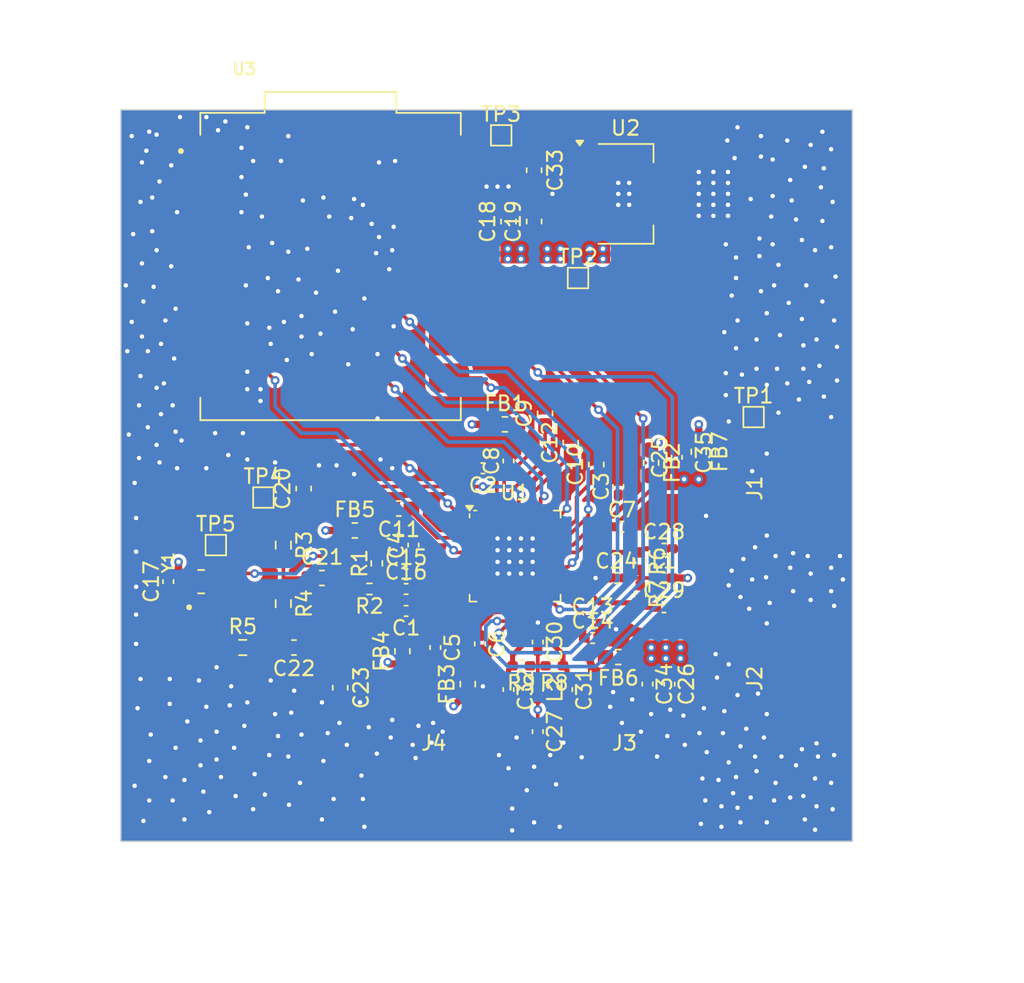
<source format=kicad_pcb>
(kicad_pcb (version 20241229) (generator "pcbnew") (generator_version "9.0")
  (layers (0 "F.Cu" signal) (4 "In1.Cu" signal) (6 "In2.Cu" signal) (2 "B.Cu" signal) (13 "F.Paste" user) (15 "B.Paste" user) (5 "F.SilkS" user "F.Silkscreen") (7 "B.SilkS" user "B.Silkscreen") (1 "F.Mask" user) (3 "B.Mask" user) (25 "Edge.Cuts" user))
  (net 0 "")
  (net 1 "GND")
  (net 2 "Net-(U1-VregIN)")
  (net 3 "Net-(U1-VregVCO)")
  (net 4 "Net-(U1-VbiasVCO2)")
  (net 5 "Net-(U1-VccDIG)")
  (net 6 "Net-(U1-VccCP)")
  (net 7 "Net-(U1-VccMASH)")
  (net 8 "Net-(U1-VccVCO2)")
  (net 9 "Net-(U1-VccVCO)")
  (net 10 "Net-(U1-VrefVCO)")
  (net 11 "Net-(U1-VrefVCO2)")
  (net 12 "Net-(U1-VbiasVCO)")
  (net 13 "Net-(U1-VbiasVARAC)")
  (net 14 "Net-(U1-VccBUF)")
  (net 15 "Net-(Y1-OUT)")
  (net 16 "Net-(U1-OSCinP)")
  (net 17 "Net-(U1-OSCinM)")
  (net 18 "Net-(C16-Pad1)")
  (net 19 "+3V3")
  (net 20 "/VTUNE")
  (net 21 "Net-(C21-Pad1)")
  (net 22 "Net-(C22-Pad2)")
  (net 23 "/CPOUT")
  (net 24 "Net-(C24-Pad2)")
  (net 25 "VCCRF")
  (net 26 "Net-(J1-In)")
  (net 27 "Net-(U1-RFoutAP)")
  (net 28 "Net-(J2-In)")
  (net 29 "Net-(U1-RFoutAM)")
  (net 30 "Net-(C30-Pad2)")
  (net 31 "Net-(J3-In)")
  (net 32 "Net-(U1-RFoutBP)")
  (net 33 "Net-(J4-In)")
  (net 34 "Net-(U1-RFoutBM)")
  (net 35 "+5V")
  (net 36 "/SYSREFREQ")
  (net 37 "/SCK")
  (net 38 "/ENABLE")
  (net 39 "/RAMPDIR")
  (net 40 "/MOSI")
  (net 41 "/SYNC")
  (net 42 "/CS")
  (net 43 "/MUXOUT")
  (net 44 "/RAMPCLK")
  (footprint "Capacitor_SMD:C_0402_1005Metric_Pad0.74x0.62mm_HandSolder" (layer "F.Cu") (at 165.125 117.5)
    (property "Reference" "C24")
    (property "Value" "10n")
  )
  (footprint "Capacitor_SMD:C_0603_1608Metric_Pad1.08x0.95mm_HandSolder" (layer "F.Cu") (at 145 117.5)
    (property "Reference" "C21")
    (property "Value" "DNI")
  )
  (footprint "0thaumati-footprintslib:OSC_TG2016SMN_48.0000M-ECGNNM0" (layer "F.Cu") (at 136.75 117.75 90)
    (property "Reference" "Y1")
    (property "Value" "ASCO")
  )
  (footprint "Resistor_SMD:R_0402_1005Metric_Pad0.72x0.64mm_HandSolder" (layer "F.Cu") (at 166.75 116.3475 -90)
    (property "Reference" "R6")
    (property "Value" "51")
  )
  (footprint "Capacitor_SMD:C_0402_1005Metric_Pad0.74x0.62mm_HandSolder" (layer "F.Cu") (at 159.75 121.875 -90)
    (property "Reference" "C30")
    (property "Value" "10n")
  )
  (footprint "Resistor_SMD:R_0402_1005Metric_Pad0.72x0.64mm_HandSolder" (layer "F.Cu") (at 160.875 123.5 180)
    (property "Reference" "R8")
    (property "Value" "51")
  )
  (footprint "Inductor_SMD:L_0603_1608Metric_Pad1.05x0.95mm_HandSolder" (layer "F.Cu") (at 157.5 107)
    (property "Reference" "FB1")
    (property "Value" "BLM18PG121SN1D")
  )
  (footprint "Capacitor_SMD:C_0603_1608Metric_Pad1.08x0.95mm_HandSolder" (layer "F.Cu") (at 159.5 89.6375 -90)
    (property "Reference" "C33")
    (property "Value" "10u")
  )
  (footprint "Capacitor_SMD:C_0402_1005Metric_Pad0.74x0.62mm_HandSolder" (layer "F.Cu") (at 134.5 117.75 90)
    (property "Reference" "C17")
    (property "Value" "100n")
  )
  (footprint "Package_DFN_QFN:VQFN-40-1EP_6x6mm_P0.5mm_EP3.5x3.5mm" (layer "F.Cu") (at 158.2 116)
    (property "Reference" "U1")
    (property "Value" "LMX2594")
  )
  (footprint "Capacitor_SMD:C_0402_1005Metric_Pad0.74x0.62mm_HandSolder" (layer "F.Cu") (at 152.75 122.25 -90)
    (property "Reference" "C5")
    (property "Value" "1u")
  )
  (footprint "Capacitor_SMD:C_0603_1608Metric_Pad1.08x0.95mm_HandSolder" (layer "F.Cu") (at 162 108.25 90)
    (property "Reference" "C12")
    (property "Value" "10u")
  )
  (footprint "Inductor_SMD:L_0603_1608Metric_Pad1.05x0.95mm_HandSolder" (layer "F.Cu") (at 165.25 122.9 180)
    (property "Reference" "FB6")
    (property "Value" "BLM18PG121SN1D")
  )
  (footprint "Capacitor_SMD:C_0603_1608Metric_Pad1.08x0.95mm_HandSolder" (layer "F.Cu") (at 163.75 109.75 90)
    (property "Reference" "C10")
    (property "Value" "10u")
  )
  (footprint "Capacitor_SMD:C_0402_1005Metric_Pad0.74x0.62mm_HandSolder" (layer "F.Cu") (at 163.5 120.6)
    (property "Reference" "C13")
    (property "Value" "100n")
  )
  (footprint "Capacitor_SMD:C_0402_1005Metric_Pad0.74x0.62mm_HandSolder" (layer "F.Cu") (at 172.25 108.9325 90)
    (property "Reference" "C35")
    (property "Value" "10p")
  )
  (footprint "Resistor_SMD:R_0402_1005Metric_Pad0.72x0.64mm_HandSolder" (layer "F.Cu") (at 158.625 123.5 180)
    (property "Reference" "R9")
    (property "Value" "51")
  )
  (footprint "Capacitor_SMD:C_0603_1608Metric_Pad1.08x0.95mm_HandSolder" (layer "F.Cu") (at 150.25 112.75 180)
    (property "Reference" "C11")
    (property "Value" "10u")
  )
  (footprint "Capacitor_SMD:C_0402_1005Metric_Pad0.74x0.62mm_HandSolder" (layer "F.Cu") (at 150.75 117.25)
    (property "Reference" "C15")
    (property "Value" "100n")
  )
  (footprint "Capacitor_SMD:C_0402_1005Metric_Pad0.74x0.62mm_HandSolder" (layer "F.Cu") (at 168.75 124.75 -90)
    (property "Reference" "C26")
    (property "Value" "100n")
  )
  (footprint "Capacitor_SMD:C_0402_1005Metric_Pad0.74x0.62mm_HandSolder" (layer "F.Cu") (at 159.75 128 -90)
    (property "Reference" "C27")
    (property "Value" "10p")
  )
  (footprint "TestPoint:TestPoint_Pad_1.0x1.0mm" (layer "F.Cu") (at 157.25 87.25)
    (property "Reference" "TP3")
    (property "Value" "TestPoint")
  )
  (footprint "Capacitor_SMD:C_0402_1005Metric_Pad0.74x0.62mm_HandSolder" (layer "F.Cu") (at 157.75 109.5 90)
    (property "Reference" "C8")
    (property "Value" "1u")
  )
  (footprint "Capacitor_SMD:C_0402_1005Metric_Pad0.74x0.62mm_HandSolder" (layer "F.Cu") (at 165.5 114)
    (property "Reference" "C7")
    (property "Value" "1u")
  )
  (footprint "TestPoint:TestPoint_Pad_1.0x1.0mm" (layer "F.Cu") (at 137.75 115.25)
    (property "Reference" "TP5")
    (property "Value" "TestPoint")
  )
  (footprint "Inductor_SMD:L_0603_1608Metric_Pad1.05x0.95mm_HandSolder" (layer "F.Cu") (at 154.96625 124.75 90)
    (property "Reference" "FB3")
    (property "Value" "BLM18PG121SN1D")
  )
  (footprint "Inductor_SMD:L_0603_1608Metric_Pad1.05x0.95mm_HandSolder" (layer "F.Cu") (at 147.25 114.25)
    (property "Reference" "FB5")
    (property "Value" "BLM18PG121SN1D")
  )
  (footprint "Capacitor_SMD:C_0603_1608Metric_Pad1.08x0.95mm_HandSolder" (layer "F.Cu") (at 146.25 125 -90)
    (property "Reference" "C23")
    (property "Value" "390p")
  )
  (footprint "Capacitor_SMD:C_0402_1005Metric_Pad0.74x0.62mm_HandSolder" (layer "F.Cu") (at 150.75 118.25)
    (property "Reference" "C16")
    (property "Value" "100n")
  )
  (footprint "Resistor_SMD:R_0402_1005Metric_Pad0.72x0.64mm_HandSolder" (layer "F.Cu") (at 166.75 118.5975 -90)
    (property "Reference" "R7")
    (property "Value" "51")
  )
  (footprint "Package_TO_SOT_SMD:SOT-223-3_TabPin2" (layer "F.Cu") (at 165.75 91.25)
    (property "Reference" "U2")
    (property "Value" "AP7361C-33E")
  )
  (footprint "Capacitor_SMD:C_0603_1608Metric_Pad1.08x0.95mm_HandSolder" (layer "F.Cu") (at 143.75 111.3875 90)
    (property "Reference" "C20")
    (property "Value" "1800p")
  )
  (footprint "Resistor_SMD:R_0603_1608Metric_Pad0.98x0.95mm_HandSolder" (layer "F.Cu") (at 142.3625 115.25 -90)
    (property "Reference" "R3")
    (property "Value" "18")
  )
  (footprint "Capacitor_SMD:C_0603_1608Metric_Pad1.08x0.95mm_HandSolder" (layer "F.Cu") (at 160.25 106.25 90)
    (property "Reference" "C9")
    (property "Value" "10u")
  )
  (footprint "Resistor_SMD:R_0402_1005Metric_Pad0.72x0.64mm_HandSolder" (layer "F.Cu") (at 148.25 118.25 180)
    (property "Reference" "R2")
    (property "Value" "51")
  )
  (footprint "Capacitor_SMD:C_0603_1608Metric_Pad1.08x0.95mm_HandSolder" (layer "F.Cu") (at 157.75 93.1375 90)
    (property "Reference" "C18")
    (property "Value" "10u")
  )
  (footprint "Resistor_SMD:R_0603_1608Metric_Pad0.98x0.95mm_HandSolder" (layer "F.Cu") (at 142.3625 119.25 -90)
    (property "Reference" "R4")
    (property "Value" "0")
  )
  (footprint "0thaumati-footprintslib:ADAMTECH_RF2-143-T-17-50-G" (layer "F.Cu") (at 181.2127 111.03175 90)
    (property "Reference" "J1")
    (property "Value" "SMA-F")
  )
  (footprint "Capacitor_SMD:C_0402_1005Metric_Pad0.74x0.62mm_HandSolder" (layer "F.Cu") (at 161.75 125.125 -90)
    (property "Reference" "C31")
    (property "Value" "10n")
  )
  (footprint "Resistor_SMD:R_0402_1005Metric_Pad0.72x0.64mm_HandSolder" (layer "F.Cu") (at 148.75 116.5 90)
    (property "Reference" "R1")
    (property "Value" "51")
  )
  (footprint "TestPoint:TestPoint_Pad_1.0x1.0mm" (layer "F.Cu") (at 174.5 106.5)
    (property "Reference" "TP1")
    (property "Value" "TestPoint")
  )
  (footprint "Capacitor_SMD:C_0603_1608Metric_Pad1.08x0.95mm_HandSolder" (layer "F.Cu") (at 159.5 93.1375 90)
    (property "Reference" "C19")
    (property "Value" "10u")
  )
  (footprint "0thaumati-footprintslib:ADAMTECH_RF2-143-T-17-50-G" (layer "F.Cu") (at 152.96825 135.4127)
    (property "Reference" "J4")
    (property "Value" "SMA-F")
  )
  (footprint "Capacitor_SMD:C_0402_1005Metric_Pad0.74x0.62mm_HandSolder" (layer "F.Cu") (at 168.375 115.5)
    (property "Reference" "C28")
    (property "Value" "10n")
  )
  (footprint "Capacitor_SMD:C_0402_1005Metric_Pad0.74x0.62mm_HandSolder" (layer "F.Cu") (at 155.8 122 -90)
    (property "Reference" "C6")
    (property "Value" "1u")
  )
  (footprint "Capacitor_SMD:C_0402_1005Metric_Pad0.74x0.62mm_HandSolder" (layer "F.Cu") (at 163.5 121.6)
    (property "Reference" "C14")
    (property "Value" "1u")
  )
  (footprint "Resistor_SMD:R_0603_1608Metric_Pad0.98x0.95mm_HandSolder" (layer "F.Cu") (at 139.5875 122.25)
    (property "Reference" "R5")
    (property "Value" "68")
  )
  (footprint "0thaumati-footprintslib:ADAMTECH_RF2-143-T-17-50-G" (layer "F.Cu") (at 181.2127 124.03175 90)
    (property "Reference" "J2")
    (property "Value" "SMA-F")
  )
  (footprint "Inductor_SMD:L_0603_1608Metric_Pad1.05x0.95mm_HandSolder" (layer "F.Cu") (at 167.5 109.625 -90)
    (property "Reference" "FB2")
    (property "Value" "BLM18PG121SN1D")
  )
  (footprint "Capacitor_SMD:C_0402_1005Metric_Pad0.74x0.62mm_HandSolder" (layer "F.Cu") (at 150.75 119.75 180)
    (property "Reference" "C1")
    (property "Value" "1u")
  )
  (footprint "Inductor_SMD:L_0402_1005Metric_Pad0.77x0.64mm_HandSolder" (layer "F.Cu") (at 168.375 117.5)
    (property "Reference" "L1")
    (property "Value" "18n")
  )
  (footprint "Capacitor_SMD:C_0603_1608Metric_Pad1.08x0.95mm_HandSolder" (layer "F.Cu") (at 143.0875 122.25 180)
    (property "Reference" "C22")
    (property "Value" "68n")
  )
  (footprint "TestPoint:TestPoint_Pad_1.0x1.0mm" (layer "F.Cu") (at 162.5 97)
    (property "Reference" "TP2")
    (property "Value" "TestPoint")
  )
  (footprint "Capacitor_SMD:C_0402_1005Metric_Pad0.74x0.62mm_HandSolder" (layer "F.Cu") (at 165.25 111.25 90)
    (property "Reference" "C3")
    (property "Value" "1u")
  )
  (footprint "Capacitor_SMD:C_0402_1005Metric_Pad0.74x0.62mm_HandSolder" (layer "F.Cu") (at 156 110 180)
    (property "Reference" "C2")
    (property "Value" "1u")
  )
  (footprint "Inductor_SMD:L_0603_1608Metric_Pad1.05x0.95mm_HandSolder" (layer "F.Cu") (at 170.75 108.875 -90)
    (property "Reference" "FB7")
    (property "Value" "BLM18PG121SN1D")
  )
  (footprint "Inductor_SMD:L_0402_1005Metric_Pad0.77x0.64mm_HandSolder" (layer "F.Cu") (at 159.75 125.125 -90)
    (property "Reference" "L2")
    (property "Value" "18n")
  )
  (footprint "Inductor_SMD:L_0603_1608Metric_Pad1.05x0.95mm_HandSolder" (layer "F.Cu") (at 150.5 122.5 90)
    (property "Reference" "FB4")
    (property "Value" "BLM18PG121SN1D")
  )
  (footprint "Capacitor_SMD:C_0402_1005Metric_Pad0.74x0.62mm_HandSolder" (layer "F.Cu") (at 169.25 109.25 90)
    (property "Reference" "C25")
    (property "Value" "1u")
  )
  (footprint "TestPoint:TestPoint_Pad_1.0x1.0mm" (layer "F.Cu") (at 141 112)
    (property "Reference" "TP4")
    (property "Value" "TestPoint")
  )
  (footprint "Capacitor_SMD:C_0402_1005Metric_Pad0.74x0.62mm_HandSolder" (layer "F.Cu") (at 167.25 124.75 -90)
    (property "Reference" "C34")
    (property "Value" "10p")
  )
  (footprint "0thaumati-footprintslib:MODULE_102010428" (layer "F.Cu") (at 145.5895 96.212)
    (property "Reference" "U3")
    (property "Value" "RP2040_XIAO")
  )
  (footprint "Capacitor_SMD:C_0402_1005Metric_Pad0.74x0.62mm_HandSolder" (layer "F.Cu") (at 151.25 115.25 90)
    (property "Reference" "C4")
    (property "Value" "1u")
  )
  (footprint "0thaumati-footprintslib:ADAMTECH_RF2-143-T-17-50-G" (layer "F.Cu") (at 166 135.4127)
    (property "Reference" "J3")
    (property "Value" "SMA-F")
  )
  (footprint "Capacitor_SMD:C_0402_1005Metric_Pad0.74x0.62mm_HandSolder" (layer "F.Cu") (at 168.375 119.5)
    (property "Reference" "C29")
    (property "Value" "10n")
  )
  (footprint "Capacitor_SMD:C_0402_1005Metric_Pad0.74x0.62mm_HandSolder" (layer "F.Cu") (at 157.75 125.125 -90)
    (property "Reference" "C32")
    (property "Value" "10n")
  )
  (gr_rect (start 168.5 109.5) (end 173.5 111.5) (fill yes) (layer "F.Cu") (net 25))
  (gr_rect (start 157.2 93.6) (end 164.7 96) (fill yes) (layer "F.Cu") (net 19))
  (gr_rect (start 166.25 121.75) (end 170.25 124.25) (fill yes) (layer "F.Cu") (net 25))
  (gr_rect (start 131.25 85.5) (end 181.25 135.5) (stroke (width 0.1)) (fill no) (layer "Edge.Cuts"))
  (segment (start 166.0675 114) (end 167.5 114) (width 0.5) (layer "F.Cu") (net 1))
  (segment (start 159.756644 120.543356) (end 159.756644 120.830069) (width 0.25) (layer "F.Cu") (net 1))
  (segment (start 153.15 116.25) (end 152.8 115.9) (width 0.25) (layer "F.Cu") (net 1))
  (segment (start 167.5 114) (end 168 113.5) (width 0.5) (layer "F.Cu") (net 1))
  (segment (start 155.25 116.25) (end 153.15 116.25) (width 0.25) (layer "F.Cu") (net 1))
  (segment (start 163.7 117.5) (end 164.5575 117.5) (width 0.25) (layer "F.Cu") (net 1))
  (segment (start 159.75 120.836713) (end 159.75 121.3075) (width 0.25) (layer "F.Cu") (net 1))
  (via (at 161.25 134.5) (size 0.6) (drill 0.3) (layers "F.Cu" "B.Cu") (net 1))
  (via (at 137.1 110) (size 0.6) (drill 0.3) (layers "F.Cu" "B.Cu") (net 1))
  (via (at 149.8 110) (size 0.6) (drill 0.3) (layers "F.Cu" "B.Cu") (net 1))
  (via (at 174.6 129.7) (size 0.6) (drill 0.3) (layers "F.Cu" "B.Cu") (net 1))
  (via (at 164.9 125.3) (size 0.6) (drill 0.3) (layers "F.Cu" "B.Cu") (net 1))
  (via (at 137.9 86.9) (size 0.6) (drill 0.3) (layers "F.Cu" "B.Cu") (net 1))
  (via (at 139.9 126) (size 0.6) (drill 0.3) (layers "F.Cu" "B.Cu") (net 1))
  (via (at 158 133.25) (size 0.6) (drill 0.3) (layers "F.Cu" "B.Cu") (net 1))
  (via (at 176.3 100.9) (size 0.6) (drill 0.3) (layers "F.Cu" "B.Cu") (net 1))
  (via (at 175 97.9) (size 0.6) (drill 0.3) (layers "F.Cu" "B.Cu") (net 1))
  (via (at 172.6 103.5) (size 0.6) (drill 0.3) (layers "F.Cu" "B.Cu") (net 1))
  (via (at 161 131.6) (size 0.6) (drill 0.3) (layers "F.Cu" "B.Cu") (net 1))
  (via (at 174.3 91.6) (size 0.6) (drill 0.3) (layers "F.Cu" "B.Cu") (net 1))
  (via (at 172.3 134.5) (size 0.6) (drill 0.3) (layers "F.Cu" "B.Cu") (net 1))
  (via (at 139.5 92.5) (size 0.6) (drill 0.3) (layers "F.Cu" "B.Cu") (net 1))
  (via (at 179.8 94.9) (size 0.6) (drill 0.3) (layers "F.Cu" "B.Cu") (net 1))
  (via (at 175.9 132.7) (size 0.6) (drill 0.3) (layers "F.Cu" "B.Cu") (net 1))
  (via (at 148.8 102.2) (size 0.6) (drill 0.3) (layers "F.Cu" "B.Cu") (net 1))
  (via (at 175.4 126.8) (size 0.6) (drill 0.3) (layers "F.Cu" "B.Cu") (net 1))
  (via (at 133.7 87.2) (size 0.6) (drill 0.3) (layers "F.Cu" "B.Cu") (net 1))
  (via (at 147.2 110.4) (size 0.6) (drill 0.3) (layers "F.Cu" "B.Cu") (net 1))
  (via (at 135.1 110) (size 0.6) (drill 0.3) (layers "F.Cu" "B.Cu") (net 1))
  (via (at 175.35 117.45) (size 0.6) (drill 0.3) (layers "F.Cu" "B.Cu") (net 1))
  (via (at 147.7 131) (size 0.6) (drill 0.3) (layers "F.Cu" "B.Cu") (net 1))
  (via (at 168.8 126.5) (size 0.6) (drill 0.3) (layers "F.Cu" "B.Cu") (net 1))
  (via (at 177.9 101.6) (size 0.6) (drill 0.3) (layers "F.Cu" "B.Cu") (net 1))
  (via (at 132.7 96) (size 0.6) (drill 0.3) (layers "F.Cu" "B.Cu") (net 1))
  (via (at 147.9 134.5) (size 0.6) (drill 0.3) (layers "F.Cu" "B.Cu") (net 1))
  (via (at 170.75 90.5) (size 0.6) (drill 0.3) (layers "F.Cu" "B.Cu") (net 1))
  (via (at 147.6 126) (size 0.6) (drill 0.3) (layers "F.Cu" "B.Cu") (net 1))
  (via (at 139.1 132.4) (size 0.6) (drill 0.3) (layers "F.Cu" "B.Cu") (net 1))
  (via (at 141.5 124.5) (size 0.6) (drill 0.3) (layers "F.Cu" "B.Cu") (net 1))
  (via (at 171.9 122.7) (size 0.6) (drill 0.3) (layers "F.Cu" "B.Cu") (net 1))
  (via (at 134 101.5) (size 0.6) (drill 0.3) (layers "F.Cu" "B.Cu") (net 1))
  (via (at 177.4 93) (size 0.6) (drill 0.3) (layers "F.Cu" "B.Cu") (net 1))
  (via (at 176.8 104.2) (size 0.6) (drill 0.3) (layers "F.Cu" "B.Cu") (net 1))
  (via (at 133.7 104.5) (size 0.6) (drill 0.3) (layers "F.Cu" "B.Cu") (net 1))
  (via (at 159.5 134.2) (size 0.6) (drill 0.3) (layers "F.Cu" "B.Cu") (net 1))
  (via (at 151.4 129.8) (size 0.6) (drill 0.3) (layers "F.Cu" "B.Cu") (net 1))
  (via (at 180.1 96.9) (size 0.6) (drill 0.3) (layers "F.Cu" "B.Cu") (net 1))
  (via (at 175.4 134.2) (size 0.6) (drill 0.3) (layers "F.Cu" "B.Cu") (net 1))
  (via (at 157.8 114.8) (size 0.6) (drill 0.3) (layers "F.Cu" "B.Cu") (net 1))
  (via (at 136.9 132.1) (size 0.6) (drill 0.3) (layers "F.Cu" "B.Cu") (net 1))
  (via (at 156 124.9) (size 0.6) (drill 0.3) (layers "F.Cu" "B.Cu") (net 1))
  (via (at 180.2 101.7) (size 0.6) (drill 0.3) (layers "F.Cu" "B.Cu") (net 1))
  (via (at 170.75 92.75) (size 0.6) (drill 0.3) (layers "F.Cu" "B.Cu") (net 1))
  (via (at 152.6 127.4) (size 0.6) (drill 0.3) (layers "F.Cu" "B.Cu") (net 1))
  (via (at 142.2 89) (size 0.6) (drill 0.3) (layers "F.Cu" "B.Cu") (net 1))
  (via (at 177 116.8) (size 0.6) (drill 0.3) (layers "F.Cu" "B.Cu") (net 1))
  (via (at 166 91.25) (size 0.6) (drill 0.3) (layers "F.Cu" "B.Cu") (net 1))
  (via (at 158.6 117.2) (size 0.6) (drill 0.3) (layers "F.Cu" "B.Cu") (net 1))
  (via (at 173 117) (size 0.6) (drill 0.3) (layers "F.Cu" "B.Cu") (net 1))
  (via (at 142 97.9) (size 0.6) (drill 0.3) (layers "F.Cu" "B.Cu") (net 1))
  (via (at 139.5 90.1) (size 0.6) (drill 0.3) (layers "F.Cu" "B.Cu") (net 1))
  (via (at 179.9 133.3) (size 0.6) (drill 0.3) (layers "F.Cu" "B.Cu") (net 1))
  (via (at 148.9 89.1) (size 0.6) (drill 0.3) (layers "F.Cu" "B.Cu") (net 1))
  (via (at 142.75 133) (size 0.6) (drill 0.3) (layers "F.Cu" "B.Cu") (net 1))
  (via (at 166.2 125.8) (size 0.6) (drill 0.3) (layers "F.Cu" "B.Cu") (net 1))
  (via (at 176.9 98.7) (size 0.6) (drill 0.3) (layers "F.Cu" "B.Cu") (net 1))
  (via (at 157 115.6) (size 0.6) (drill 0.3) (layers "F.Cu" "B.Cu") (net 1))
  (via (at 178.4 117.2) (size 0.6) (drill 0.3) (layers "F.Cu" "B.Cu") (net 1))
  (via (at 179.8 88.2) (size 0.6) (drill 0.3) (layers "F.Cu" "B.Cu") (net 1))
  (via (at 159 132) (size 0.6) (drill 0.3) (layers "F.Cu" "B.Cu") (net 1))
  (via (at 141.8 126.8) (size 0.6) (drill 0.3) (layers "F.Cu" "B.Cu") (net 1))
  (via (at 174.9 95.5) (size 0.6) (drill 0.3) (layers "F.Cu" "B.Cu") (net 1))
  (via (at 169.7 126.9) (size 0.6) (drill 0.3) (layers "F.Cu" "B.Cu") (net 1))
  (via (at 148.7 95.3) (size 0.6) (drill 0.3) (layers "F.Cu" "B.Cu") (net 1))
  (via (at 146.8 102.9) (size 0.6) (drill 0.3) (layers "F.Cu" "B.Cu") (net 1))
  (via (at 139.9 100.1) (size 0.6) (drill 0.3) (layers "F.Cu" "B.Cu") (net 1))
  (via (at 172.3 133.1) (size 0.6) (drill 0.3) (layers "F.Cu" "B.Cu") (net 1))
  (via (at 141.4 100.4) (size 0.6) (drill 0.3) (layers "F.Cu" "B.Cu") (net 1))
  (via (at 179.8 131.5) (size 0.6) (drill 0.3) (layers "F.Cu" "B.Cu") (net 1))
  (via (at 144.8 109.8) (size 0.6) (drill 0.3) (layers "F.Cu" "B.Cu") (net 1))
  (via (at 174.7 101.2) (size 0.6) (drill 0.3) (layers "F.Cu" "B.Cu") (net 1))
  (via (at 131.8 107.7) (size 0.6) (drill 0.3) (layers "F.Cu" "B.Cu") (net 1))
  (via (at 170.75 91.25) (size 0.6) (drill 0.3) (layers "F.Cu" "B.Cu") (net 1))
  (via (at 177 132.5) (size 0.6) (drill 0.3) (layers "F.Cu" "B.Cu") (net 1))
  (via (at 177.9 103.2) (size 0.6) (drill 0.3) (layers "F.Cu" "B.Cu") (net 1))
  (via (at 172.1 131.3) (size 0.6) (drill 0.3) (layers "F.Cu" "B.Cu") (net 1))
  (via (at 171.75 92.75) (size 0.6) (drill 0.3) (layers "F.Cu" "B.Cu") (net 1))
  (via (at 139.8 97.5) (size 0.6) (drill 0.3) (layers "F.Cu" "B.Cu") (net 1))
  (via (at 180 119.4) (size 0.6) (drill 0.3) (layers "F.Cu" "B.Cu") (net 1))
  (via (at 133.7 95.1) (size 0.6) (drill 0.3) (layers "F.Cu" "B.Cu") (net 1))
  (via (at 177.8 99.8) (size 0.6) (drill 0.3) (layers "F.Cu" "B.Cu") (net 1))
  (via (at 134.3 131.1) (size 0.6) (drill 0.3) (layers "F.Cu" "B.Cu") (net 1))
  (via (at 172.6 105) (size 0.6) (drill 0.3) (layers "F.Cu" "B.Cu") (net 1))
  (via (at 132.3 113.4) (size 0.6) (drill 0.3) (layers "F.Cu" "B.Cu") (net 1))
  (via (at 178.7 95.1) (size 0.6) (drill 0.3) (layers "F.Cu" "B.Cu") (net 1))
  (via (at 172 124.3) (size 0.6) (drill 0.3) (layers "F.Cu" "B.Cu") (net 1))
  (via (at 134.8 132.7) (size 0.6) (drill 0.3) (layers "F.Cu" "B.Cu") (net 1))
  (via (at 174.7 103.2) (size 0.6) (drill 0.3) (layers "F.Cu" "B.Cu") (net 1))
  (via (at 144.3 102.2) (size 0.6) (drill 0.3) (layers "F.Cu" "B.Cu") (net 1))
  (via (at 172.4 128.1) (size 0.6) (drill 0.3) (layers "F.Cu" "B.Cu") (net 1))
  (via (at 165.5 127.4) (size 0.6) (drill 0.3) (layers "F.Cu" "B.Cu") (net 1))
  (via (at 147.1 100.5) (size 0.6) (drill 0.3) (layers "F.Cu" "B.Cu") (net 1))
  (via (at 132 87.3) (size 0.6) (drill 0.3) (layers "F.Cu" "B.Cu") (net 1))
  (via (at 137.1 86) (size 0.6) (drill 0.3) (layers "F.Cu" "B.Cu") (net 1))
  (via (at 147.8 132.6) (size 0.6) (drill 0.3) (layers "F.Cu" "B.Cu") (net 1))
  (via (at 135 107.5) (size 0.6) (drill 0.3) (layers "F.Cu" "B.Cu") (net 1))
  (via (at 157.8 116.4) (size 0.6) (drill 0.3) (layers "F.Cu" "B.Cu") (net 1))
  (via (at 139.7 127.6) (size 0.6) (drill 0.3) (layers "F.Cu" "B.Cu") (net 1))
  (via (at 168.6 128.3) (size 0.6) (drill 0.3) (layers "F.Cu" "B.Cu") (net 1))
  (via (at 180.2 104) (size 0.6) (drill 0.3) (layers "F.Cu" "B.Cu") (net 1))
  (via (at 176.4 129.7) (size 0.6) (drill 0.3) (layers "F.Cu" "B.Cu") (net 1))
  (via (at 132.8 134.1) (size 0.6) (drill 0.3) (layers "F.Cu" "B.Cu") (net 1))
  (via (at 176.1 103.2) (size 0.6) (drill 0.3) (layers "F.Cu" "B.Cu") (net 1))
  (via (at 146.7 128.9) (size 0.6) (drill 0.3) (layers "F.Cu" "B.Cu") (net 1))
  (via (at 163.7 117.5) (size 0.6) (drill 0.3) (layers "F.Cu" "B.Cu") (net 1))
  (via (at 179.2 93.1) (size 0.6) (drill 0.3) (layers "F.Cu" "B.Cu") (net 1))
  (via (at 139.9 86.7) (size 0.6) (drill 0.3) (layers "F.Cu" "B.Cu") (net 1))
  (via (at 139.6 107.6) (size 0.6) (drill 0.3) (layers "F.Cu" "B.Cu") (net 1))
  (via (at 157 90.75) (size 0.6) (drill 0.3) (layers "F.Cu" "B.Cu") (net 1))
  (via (at 159.756644 120.543356) (size 0.6) (drill 0.3) (layers "F.Cu" "B.Cu") (net 1))
  (via (at 173.3 131.1) (size 0.6) (drill 0.3) (layers "F.Cu" "B.Cu") (net 1))
  (via (at 144 95) (size 0.6) (drill 0.3) (layers "F.Cu" "B.Cu") (net 1))
  (via (at 133.9 109.6) (size 0.6) (drill 0.3) (layers "F.Cu" "B.Cu") (net 1))
  (via (at 138.8 124.9) (size 0.6) (drill 0.3) (layers "F.Cu" "B.Cu") (net 1))
  (via (at 132.6 91.8) (size 0.6) (drill 0.3) (layers "F.Cu" "B.Cu") (net 1))
  (via (at 173.2 88.8) (size 0.6) (drill 0.3) (layers "F.Cu" "B.Cu") (net 1))
  (via (at 141.5 101.5) (size 0.6) (drill 0.3) (layers "F.Cu" "B.Cu") (net 1))
  (via (at 148.4 93.3) (size 0.6) (drill 0.3) (layers "F.Cu" "B.Cu") (net 1))
  (via (at 175.9 97.5) (size 0.6) (drill 0.3) (layers "F.Cu" "B.Cu") (net 1))
  (via (at 140 94.9) (size 0.6) (drill 0.3) (layers "F.Cu" "B.Cu") (net 1))
  (via (at 164.7 126.3) (size 0.6) (drill 0.3) (layers "F.Cu" "B.Cu") (net 1))
  (via (at 173.4 133.2) (size 0.6) (drill 0.3) (layers "F.Cu" "B.Cu") (net 1))
  (via (at 140.4 130.9) (size 0.6) (drill 0.3) (layers "F.Cu" "B.Cu") (net 1))
  (via (at 177 90.3) (size 0.6) (drill 0.3) (layers "F.Cu" "B.Cu") (net 1))
  (via (at 140.8 104.6) (size 0.6) (drill 0.3) (layers "F.Cu" "B.Cu") (net 1))
  (via (at 157.75 90.75) (size 0.6) (drill 0.3) (layers "F.Cu" "B.Cu") (net 1))
  (via (at 134.6 126.1) (size 0.6) (drill 0.3) (layers "F.Cu" "B.Cu") (net 1))
  (via (at 132.1 94) (size 0.6) (drill 0.3) (layers "F.Cu" "B.Cu") (net 1))
  (via (at 171.25 113.25) (size 0.6) (drill 0.3) (layers "F.Cu" "B.Cu") (net 1))
  (via (at 161.5 128.75) (size 0.6) (drill 0.3) (layers "F.Cu" "B.Cu") (net 1))
  (via (at 178 134) (size 0.6) (drill 0.3) (layers "F.Cu" "B.Cu") (net 1))
  (via (at 137.7 107.6) (size 0.6) (drill 0.3) (layers "F.Cu" "B.Cu") (net 1))
  (via (at 134.6 124.4) (size 0.6) (drill 0.3) (layers "F.Cu" "B.Cu") (net 1))
  (via (at 133 88.3) (size 0.6) (drill 0.3) (layers "F.Cu" "B.Cu") (net 1))
  (via (at 145.9 99.3) (size 0.6) (drill 0.3) (layers "F.Cu" "B.Cu") (net 1))
  (via (at 149.7 128.4) (size 0.6) (drill 0.3) (layers "F.Cu" "B.Cu") (net 1))
  (via (at 139.5 88.1) (size 0.6) (drill 0.3) (layers "F.Cu" "B.Cu") (net 1))
  (via (at 169.8 128.9) (size 0.6) (drill 0.3) (layers "F.Cu" "B.Cu") (net 1))
  (via (at 173.8 116.2) (size 0.6) (drill 0.3) (layers "F.Cu" "B.Cu") (net 1))
  (via (at 165.25 92) (size 0.6) (drill 0.3) (layers "F.Cu" "B.Cu") (net 1))
  (via (at 137.1 126.3) (size 0.6) (drill 0.3) (layers "F.Cu" "B.Cu") (net 1))
  (via (at 179.8 118.4) (size 0.6) (drill 0.3) (layers "F.Cu" "B.Cu") (net 1))
  (via (at 179.8 116.8) (size 0.6) (drill 0.3) (layers "F.Cu" "B.Cu") (net 1))
  (via (at 147.9 98.4) (size 0.6) (drill 0.3) (layers "F.Cu" "B.Cu") (net 1))
  (via (at 134.7 96.2) (size 0.6) (drill 0.3) (layers "F.Cu" "B.Cu") (net 1))
  (via (at 178.7 134.7) (size 0.6) (drill 0.3) (layers "F.Cu" "B.Cu") (net 1))
  (via (at 146.1 96.5) (size 0.6) (drill 0.3) (layers "F.Cu" "B.Cu") (net 1))
  (via (at 173.4 125.5) (size 0.6) (drill 0.3) (layers "F.Cu" "B.Cu") (net 1))
  (via (at 131.7 102) (size 0.6) (drill 0.3) (layers "F.Cu" "B.Cu") (net 1))
  (via (at 131.6 97.5) (size 0.6) (drill 0.3) (layers "F.Cu" "B.Cu") (net 1))
  (via (at 157 116.4) (size 0.6) (drill 0.3) (layers "F.Cu" "B.Cu") (net 1))
  (via (at 177.2 118.4) (size 0.6) (drill 0.3) (layers "F.Cu" "B.Cu") (net 1))
  (via (at 174 127.8) (size 0.6) (drill 0.3) (layers "F.Cu" "B.Cu") (net 1))
  (via (at 157.8 115.6) (size 0.6) (drill 0.3) (layers "F.Cu" "B.Cu") (net 1))
  (via (at 172.75 91.25) (size 0.6) (drill 0.3) (layers "F.Cu" "B.Cu") (net 1))
  (via (at 175.4 99.4) (size 0.6) (drill 0.3) (layers "F.Cu" "B.Cu") (net 1))
  (via (at 171.75 92) (size 0.6) (drill 0.3) (layers "F.Cu" "B.Cu") (net 1))
  (via (at 172.5 100.7) (size 0.6) (drill 0.3) (layers "F.Cu" "B.Cu") (net 1))
  (via (at 166 90.5) (size 0.6) (drill 0.3) (layers "F.Cu" "B.Cu") (net 1))
  (via (at 133.4 91.5) (size 0.6) (drill 0.3) (layers "F.Cu" "B.Cu") (net 1))
  (via (at 149.6 96.4) (size 0.6) (drill 0.3) (layers "F.Cu" "B.Cu") (net 1))
  (via (at 175.4 120.6) (size 0.6) (drill 0.3) (layers "F.Cu" "B.Cu") (net 1))
  (via (at 173.6 134.2) (size 0.6) (drill 0.3) (layers "F.Cu" "B.Cu") (net 1))
  (via (at 172.75 90.5) (size 0.6) (drill 0.3) (layers "F.Cu" "B.Cu") (net 1))
  (via (at 172.6 94.7) (size 0.6) (drill 0.3) (layers "F.Cu" "B.Cu") (net 1))
  (via (at 158 134.75) (size 0.6) (drill 0.3) (layers "F.Cu" "B.Cu") (net 1))
  (via (at 180 129.6) (size 0.6) (drill 0.3) (layers "F.Cu" "B.Cu") (net 1))
  (via (at 138.7 126.2) (size 0.6) (drill 0.3) (layers "F.Cu" "B.Cu") (net 1))
  (via (at 175.4 104.3) (size 0.6) (drill 0.3) (layers "F.Cu" "B.Cu") (net 1))
  (via (at 149.8 127.2) (size 0.6) (drill 0.3) (layers "F.Cu" "B.Cu") (net 1))
  (via (at 174.8 125.4) (size 0.6) (drill 0.3) (layers "F.Cu" "B.Cu") (net 1))
  (via (at 174.9 94.3) (size 0.6) (drill 0.3) (layers "F.Cu" "B.Cu") (net 1))
  (via (at 158.6 115.6) (size 0.6) (drill 0.3) (layers "F.Cu" "B.Cu") (net 1))
  (via (at 175 87.3) (size 0.6) (drill 0.3) (layers "F.Cu" "B.Cu") (net 1))
  (via (at 132.3 118.1) (size 0.6) (drill 0.3) (layers "F.Cu" "B.Cu") (net 1))
  (via (at 145.5 92.8) (size 0.6) (drill 0.3) (layers "F.Cu" "B.Cu") (net 1))
  (via (at 132.5 105.7) (size 0.6) (drill 0.3) (layers "F.Cu" "B.Cu") (net 1))
  (via (at 133.7 108.4) (size 0.6) (drill 0.3) (layers "F.Cu" "B.Cu") (net 1))
  (via (at 143.1 125.2) (size 0.6) (drill 0.3) (layers "F.Cu" "B.Cu") (net 1))
  (via (at 150 89) (size 0.6) (drill 0.3) (layers "F.Cu" "B.Cu") (net 1))
  (via (at 135.4 108.1) (size 0.6) (drill 0.3) (layers "F.Cu" "B.Cu") (net 1))
  (via (at 142.6 102.6) (size 0.6) (drill 0.3) (layers "F.Cu" "B.Cu") (net 1))
  (via (at 134.3 99.9) (size 0.6) (drill 0.3) (layers "F.Cu" "B.Cu") (net 1))
  (via (at 132.3 115.7) (size 0.6) (drill 0.3) (layers "F.Cu" "B.Cu") (net 1))
  (via (at 142.9 126.7) (size 0.6) (drill 0.3) (layers "F.Cu" "B.Cu") (net 1))
  (via (at 148.75 129.5) (size 0.6) (drill 0.3) (layers "F.Cu" "B.Cu") (net 1))
  (via (at 159.4 116.4) (size 0.6) (drill 0.3) (layers "F.Cu" "B.Cu") (net 1))
  (via (at 178.4 119) (size 0.6) (drill 0.3) (layers "F.Cu" "B.Cu") (net 1))
  (via (at 174.6 115.4) (size 0.6) (drill 0.3) (layers "F.Cu" "B.Cu") (net 1))
  (via (at 139 129.1) (size 0.6) (drill 0.3) (layers "F.Cu" "B.Cu") (net 1))
  (via (at 149.9 100.3) (size 0.6) (drill 0.3) (layers "F.Cu" "B.Cu") (net 1))
  (via (at 180.6 117.6) (size 0.6) (drill 0.3) (layers "F.Cu" "B.Cu") (net 1))
  (via (at 172.7 87.6) (size 0.6) (drill 0.3) (layers "F.Cu" "B.Cu") (net 1))
  (via (at 171.75 90.5) (size 0.6) (drill 0.3) (layers "F.Cu" "B.Cu") (net 1))
  (via (at 140.9 92.8) (size 0.6) (drill 0.3) (layers "F.Cu" "B.Cu") (net 1))
  (via (at 132.6 124.4) (size 0.6) (drill 0.3) (layers "F.Cu" "B.Cu") (net 1))
  (via (at 135.3 86) (size 0.6) (drill 0.3) (layers "F.Cu" "B.Cu") (net 1))
  (via (at 145.4 128.1) (size 0.6) (drill 0.3) (layers "F.Cu" "B.Cu") (net 1))
  (via (at 173.6 129) (size 0.6) (drill 0.3) (layers "F.Cu" "B.Cu") (net 1))
  (via (at 143.4 97.1) (size 0.6) (drill 0.3) (layers "F.Cu" "B.Cu") (net 1))
  (via (at 157.1 129.6) (size 0.6) (drill 0.3) (layers "F.Cu" "B.Cu") (net 1))
  (via (at 157 114.8) (size 0.6) (drill 0.3) (layers "F.Cu" "B.Cu") (net 1))
  (via (at 173.3 95.6) (size 0.6) (drill 0.3) (layers "F.Cu" "B.Cu") (net 1))
  (via (at 148.9 94.2) (size 0.6) (drill 0.3) (layers "F.Cu" "B.Cu") (net 1))
  (via (at 133.1 102) (size 0.6) (drill 0.3) (layers "F.Cu" "B.Cu") (net 1))
  (via (at 151.6 127.6) (size 0.6) (drill 0.3) (layers "F.Cu" "B.Cu") (net 1))
  (via (at 143.6 101) (size 0.6) (drill 0.3) (layers "F.Cu" "B.Cu") (net 1))
  (via (at 175.4 114.6) (size 0.6) (drill 0.3) (layers "F.Cu" "B.Cu") (net 1))
  (via (at 174.4 110.2) (size 0.6) (drill 0.3) (layers "F.Cu" "B.Cu") (net 1))
  (via (at 139.9 103.4) (size 0.6) (drill 0.3) (layers "F.Cu" "B.Cu") (net 1))
  (via (at 178 89.4) (size 0.6) (drill 0.3) (layers "F.Cu" "B.Cu") (net 1))
  (via (at 158.3 128.4) (size 0.6) (drill 0.3) (layers "F.Cu" "B.Cu") (net 1))
  (via (at 148.2 127.7) (size 0.6) (drill 0.3) (layers "F.Cu" "B.Cu") (net 1))
  (via (at 134.2 104.2) (size 0.6) (drill 0.3) (layers "F.Cu" "B.Cu") (net 1))
  (via (at 171.75 91.25) (size 0.6) (drill 0.3) (layers "F.Cu" "B.Cu") (net 1))
  (via (at 141.4 129.6) (size 0.6) (drill 0.3) (layers "F.Cu" "B.Cu") (net 1))
  (via (at 133.2 132.7) (size 0.6) (drill 0.3) (layers "F.Cu" "B.Cu") (net 1))
  (via (at 136.6 124.5) (size 0.6) (drill 0.3) (layers "F.Cu" "B.Cu") (net 1))
  (via (at 166 92) (size 0.6) (drill 0.3) (layers "F.Cu" "B.Cu") (net 1))
  (via (at 157.8 117.2) (size 0.6) (drill 0.3) (layers "F.Cu" "B.Cu") (net 1))
  (via (at 132 100) (size 0.6) (drill 0.3) (layers "F.Cu" "B.Cu") (net 1))
  (via (at 171.2 132.7) (size 0.6) (drill 0.3) (layers "F.Cu" "B.Cu") (net 1))
  (via (at 145.8 132.6) (size 0.6) (drill 0.3) (layers "F.Cu" "B.Cu") (net 1))
  (via (at 178.8 101.2) (size 0.6) (drill 0.3) (layers "F.Cu" "B.Cu") (net 1))
  (via (at 140.8 105.4) (size 0.6) (drill 0.3) (layers "F.Cu" "B.Cu") (net 1))
  (via (at 174.7 130.7) (size 0.6) (drill 0.3) (layers "F.Cu" "B.Cu") (net 1))
  (via (at 179.9 91.8) (size 0.6) (drill 0.3) (layers "F.Cu" "B.Cu") (net 1))
  (via (at 178.3 104.1) (size 0.6) (drill 0.3) (layers "F.Cu" "B.Cu") (net 1))
  (via (at 160.75 91.25) (size 0.6) (drill 0.3) (layers "F.Cu" "B.Cu") (net 1))
  (via (at 172.5 126.6) (size 0.6) (drill 0.3) (layers "F.Cu" "B.Cu") (net 1))
  (via (at 137.3 133.5) (size 0.6) (drill 0.3) (layers "F.Cu" "B.Cu") (net 1))
  (via (at 133.3 128.2) (size 0.6) (drill 0.3) (layers "F.Cu" "B.Cu") (net 1))
  (via (at 143.6 99.6) (size 0.6) (drill 0.3) (layers "F.Cu" "B.Cu") (net 1))
  (via (at 132.3 122) (size 0.6) (drill 0.3) (layers "F.Cu" "B.Cu") (net 1))
  (via (at 132.2 131.7) (size 0.6) (drill 0.3) (layers "F.Cu" "B.Cu") (net 1))
  (via (at 139.9 109.4) (size 0.6) (drill 0.3) (layers "F.Cu" "B.Cu") (net 1))
  (via (at 179 103) (size 0.6) (drill 0.3) (layers "F.Cu" "B.Cu") (net 1))
  (via (at 175.6 119.2) (size 0.6) (drill 0.3) (layers "F.Cu" "B.Cu") (net 1))
  (via (at 158.6 116.4) (size 0.6) (drill 0.3) (layers "F.Cu" "B.Cu") (net 1))
  (via (at 132.7 101) (size 0.6) (drill 0.3) (layers "F.Cu" "B.Cu") (net 1))
  (via (at 160.6 129.6) (size 0.6) (drill 0.3) (layers "F.Cu" "B.Cu") (net 1))
  (via (at 173.3 97) (size 0.6) (drill 0.3) (layers "F.Cu" "B.Cu") (net 1))
  (via (at 141.8 109.6) (size 0.6) (drill 0.3) (layers "F.Cu" "B.Cu") (net 1))
  (via (at 139.9 104.6) (size 0.6) (drill 0.3) (layers "F.Cu" "B.Cu") (net 1))
  (via (at 141.6 94.6) (size 0.6) (drill 0.3) (layers "F.Cu" "B.Cu") (net 1))
  (via (at 171 131.2) (size 0.6) (drill 0.3) (layers "F.Cu" "B.Cu") (net 1))
  (via (at 142.7 95.2) (size 0.6) (drill 0.3) (layers "F.Cu" "B.Cu") (net 1))
  (via (at 174.2 119.6) (size 0.6) (drill 0.3) (layers "F.Cu" "B.Cu") (net 1))
  (via (at 159.4 114.8) (size 0.6) (drill 0.3) (layers "F.Cu" "B.Cu") (net 1))
  (via (at 134.7 89.3) (size 0.6) (drill 0.3) (layers "F.Cu" "B.Cu") (net 1))
  (via (at 172.8 123.4) (size 0.6) (drill 0.3) (layers "F.Cu" "B.Cu") (net 1))
  (via (at 138.4 86.3) (size 0.6) (drill 0.3) (layers "F.Cu" "B.Cu") (net 1))
  (via (at 173.3 101.8) (size 0.6) (drill 0.3) (layers "F.Cu" "B.Cu") (net 1))
  (via (at 173.7 103.6) (size 0.6) (drill 0.3) (layers "F.Cu" "B.Cu") (net 1))
  (via (at 179.1 90.8) (size 0.6) (drill 0.3) (layers "F.Cu" "B.Cu") (net 1))
  (via (at 135.6 131.3) (size 0.6) (drill 0.3) (layers "F.Cu" "B.Cu") (net 1))
  (via (at 176 131.5) (size 0.6) (drill 0.3) (layers "F.Cu" "B.Cu") (net 1))
  (via (at 136.7 130.3) (size 0.6) (drill 0.3) (layers "F.Cu" "B.Cu") (net 1))
  (via (at 175.8 91.4) (size 0.6) (drill 0.3) (layers "F.Cu" "B.Cu") (net 1))
  (via (at 167.9 129.7) (size 0.6) (drill 0.3) (layers "F.Cu" "B.Cu") (net 1))
  (via (at 172.75 92.75) (size 0.6) (drill 0.3) (layers "F.Cu" "B.Cu") (net 1))
  (via (at 145 126) (size 0.6) (drill 0.3) (layers "F.Cu" "B.Cu") (net 1))
  (via (at 132.5 109.3) (size 0.6) (drill 0.3) (layers "F.Cu" "B.Cu") (net 1))
  (via (at 167.5 126.8) (size 0.6) (drill 0.3) (layers "F.Cu" "B.Cu") (net 1))
  (via (at 165.25 91.25) (size 0.6) (drill 0.3) (layers "F.Cu" "B.Cu") (net 1))
  (via (at 135.8 127.3) (size 0.6) (drill 0.3) (layers "F.Cu" "B.Cu") (net 1))
  (via (at 134.8 105.7) (size 0.6) (drill 0.3) (layers "F.Cu" "B.Cu") (net 1))
  (via (at 179.2 87) (size 0.6) (drill 0.3) (layers "F.Cu" "B.Cu") (net 1))
  (via (at 157.75 130.5) (size 0.6) (drill 0.3) (layers "F.Cu" "B.Cu") (net 1))
  (via (at 179.3 89.5) (size 0.6) (drill 0.3) (layers "F.Cu" "B.Cu") (net 1))
  (via (at 148.8 106.6) (size 0.6) (drill 0.3) (layers "F.Cu" "B.Cu") (net 1))
  (via (at 165.1 121) (size 0.6) (drill 0.3) (layers "F.Cu" "B.Cu") (net 1))
  (via (at 175.2 128.4) (size 0.6) (drill 0.3) (layers "F.Cu" "B.Cu") (net 1))
  (via (at 138.6 109.1) (size 0.6) (drill 0.3) (layers "F.Cu" "B.Cu") (net 1))
  (via (at 159.5 130.4) (size 0.6) (drill 0.3) (layers "F.Cu" "B.Cu") (net 1))
  (via (at 147.2 91.6) (size 0.6) (drill 0.3) (layers "F.Cu" "B.Cu") (net 1))
  (via (at 174.3 132.5) (size 0.6) (drill 0.3) (layers "F.Cu" "B.Cu") (net 1))
  (via (at 176 116) (size 0.6) (drill 0.3) (layers "F.Cu" "B.Cu") (net 1))
  (via (at 177.8 129.2) (size 0.6) (drill 0.3) (layers "F.Cu" "B.Cu") (net 1))
  (via (at 152.5 128.75) (size 0.6) (drill 0.3) (layers "F.Cu" "B.Cu") (net 1))
  (via (at 159.4 115.6) (size 0.6) (drill 0.3) (layers "F.Cu" "B.Cu") (net 1))
  (via (at 135 99.1) (size 0.6) (drill 0.3) (layers "F.Cu" "B.Cu") (net 1))
  (via (at 175.4 109) (size 0.6) (drill 0.3) (layers "F.Cu" "B.Cu") (net 1))
  (via (at 141.1 132.3) (size 0.6) (drill 0.3) (layers "F.Cu" "B.Cu") (net 1))
  (via (at 177.6 105.3) (size 0.6) (drill 0.3) (layers "F.Cu" "B.Cu") (net 1))
  (via (at 171.3 129.4) (size 0.6) (drill 0.3) (layers "F.Cu" "B.Cu") (net 1))
  (via (at 149 109.4) (size 0.6) (drill 0.3) (layers "F.Cu" "B.Cu") (net 1))
  (via (at 133.4 93.8) (size 0.6) (drill 0.3) (layers "F.Cu" "B.Cu") (net 1))
  (via (at 171.1 126.4) (size 0.6) (drill 0.3) (layers "F.Cu" "B.Cu") (net 1))
  (via (at 133.5 97.6) (size 0.6) (drill 0.3) (layers "F.Cu" "B.Cu") (net 1))
  (via (at 166.8 128) (size 0.6) (drill 0.3) (layers "F.Cu" "B.Cu") (net 1))
  (via (at 147.8 92) (size 0.6) (drill 0.3) (layers "F.Cu" "B.Cu") (net 1))
  (via (at 175.7 92.8) (size 0.6) (drill 0.3) (layers "F.Cu" "B.Cu") (net 1))
  (via (at 162.75 129.75) (size 0.6) (drill 0.3) (layers "F.Cu" "B.Cu") (net 1))
  (via (at 142.7 87.3) (size 0.6) (drill 0.3) (layers "F.Cu" "B.Cu") (net 1))
  (via (at 133.2 130) (size 0.6) (drill 0.3) (layers "F.Cu" "B.Cu") (net 1))
  (via (at 146.2 127.4) (size 0.6) (drill 0.3) (layers "F.Cu" "B.Cu") (net 1))
  (via (at 135 129.1) (size 0.6) (drill 0.3) (layers "F.Cu" "B.Cu") (net 1))
  (via (at 145.1 91.5) (size 0.6) (drill 0.3) (layers "F.Cu" "B.Cu") (net 1))
  (via (at 140.3 133.3) (size 0.6) (drill 0.3) (layers "F.Cu" "B.Cu") (net 1))
  (via (at 143.7 91.7) (size 0.6) (drill 0.3) (layers "F.Cu" "B.Cu") (net 1))
  (via (at 157 117.2) (size 0.6) (drill 0.3) (layers "F.Cu" "B.Cu") (net 1))
  (via (at 170.9 134.3) (size 0.6) (drill 0.3) (layers "F.Cu" "B.Cu") (net 1))
  (via (at 145 134) (size 0.6) (drill 0.3) (layers "F.Cu" "B.Cu") (net 1))
  (via (at 170.8 128.1) (size 0.6) (drill 0.3) (layers "F.Cu" "B.Cu") (net 1))
  (via (at 153.25 128) (size 0.6) (drill 0.3) (layers "F.Cu" "B.Cu") (net 1))
  (via (at 137.8 128) (size 0.6) (drill 0.3) (layers "F.Cu" "B.Cu") (net 1))
  (via (at 144.9 100.8) (size 0.6) (drill 0.3) (layers "F.Cu" "B.Cu") (net 1))
  (via (at 175.8 94.7) (size 0.6) (drill 0.3) (layers "F.Cu" "B.Cu") (net 1))
  (via (at 159.4 117.2) (size 0.6) (drill 0.3) (layers "F.Cu" "B.Cu") (net 1))
  (via (at 173.4 99.9) (size 0.6) (drill 0.3) (layers "F.Cu" "B.Cu") (net 1))
  (via (at 177.9 132.4) (size 0.6) (drill 0.3) (layers "F.Cu" "B.Cu") (net 1))
  (via (at 143.6 128.2) (size 0.6) (drill 0.3) (layers "F.Cu" "B.Cu") (net 1))
  (via (at 142.7 129.7) (size 0.6) (drill 0.3) (layers "F.Cu" "B.Cu") (net 1))
  (via (at 146 109.8) (size 0.6) (drill 0.3) (layers "F.Cu" "B.Cu") (net 1))
  (via (at 174.4 117.6) (size 0.6) (drill 0.3) (layers "F.Cu" "B.Cu") (net 1))
  (via (at 135.1 92.5) (size 0.6) (drill 0.3) (layers "F.Cu" "B.Cu") (net 1))
  (via (at 178.4 87.9) (size 0.6) (drill 0.3) (layers "F.Cu" "B.Cu") (net 1))
  (via (at 178.2 116) (size 0.6) (drill 0.3) (layers "F.Cu" "B.Cu") (net 1))
  (via (at 177.2 115.8) (size 0.6) (drill 0.3) (layers "F.Cu" "B.Cu") (net 1))
  (via (at 134.9 102.5) (size 0.6) (drill 0.3) (layers "F.Cu" "B.Cu") (net 1))
  (via (at 132.7 89.1) (size 0.6) (drill 0.3) (layers "F.Cu" "B.Cu") (net 1))
  (via (at 132.6 103.7) (size 0.6) (drill 0.3) (layers "F.Cu" "B.Cu") (net 1))
  (via (at 142 128.3) (size 0.6) (drill 0.3) (layers "F.Cu" "B.Cu") (net 1))
  (via (at 178.1 97.5) (size 0.6) (drill 0.3) (layers "F.Cu" "B.Cu") (net 1))
  (via (at 165.25 90.5) (size 0.6) (drill 0.3) (layers "F.Cu" "B.Cu") (net 1))
  (via (at 138.1 131.1) (size 0.6) (drill 0.3) (layers "F.Cu" "B.Cu") (net 1))
  (via (at 132.4 126.4) (size 0.6) (drill 0.3) (layers "F.Cu" "B.Cu") (net 1))
  (via (at 176.2 96.1) (size 0.6) (drill 0.3) (layers "F.Cu" "B.Cu") (net 1))
  (via (at 173 98.2) (size 0.6) (drill 0.3) (layers "F.Cu" "B.Cu") (net 1))
  (via (at 172.8 118) (size 0.6) (drill 0.3) (layers "F.Cu" "B.Cu") (net 1))
  (via (at 177.4 130.3) (size 0.6) (drill 0.3) (layers "F.Cu" "B.Cu") (net 1))
  (via (at 132.3 120) (size 0.6) (drill 0.3) (layers "F.Cu" "B.Cu") (net 1))
  (via (at 173.6 118.8) (size 0.6) (drill 0.3) (layers "F.Cu" "B.Cu") (net 1))
  (via (at 179.2 98.6) (size 0.6) (drill 0.3) (layers "F.Cu" "B.Cu") (net 1))
  (via (at 136.7 128.6) (size 0.6) (drill 0.3) (layers "F.Cu" "B.Cu") (net 1))
  (via (at 132.8 98.6) (size 0.6) (drill 0.3) (layers "F.Cu" "B.Cu") (net 1))
  (via (at 176.8 87.6) (size 0.6) (drill 0.3) (layers "F.Cu" "B.Cu") (net 1))
  (via (at 147 92.9) (size 0.6) (drill 0.3) (layers "F.Cu" "B.Cu") (net 1))
  (via (at 177.8 94.4) (size 0.6) (drill 0.3) (layers "F.Cu" "B.Cu") (net 1))
  (via (at 171.75 89.75) (size 0.6) (drill 0.3) (layers "F.Cu" "B.Cu") (net 1))
  (via (at 139.8 91.3) (size 0.6) (drill 0.3) (layers "F.Cu" "B.Cu") (net 1))
  (via (at 149.9 93.5) (size 0.6) (drill 0.3) (layers "F.Cu" "B.Cu") (net 1))
  (via (at 179.3 105.1) (size 0.6) (drill 0.3) (layers "F.Cu" "B.Cu") (net 1))
  (via (at 178.8 133.1) (size 0.6) (drill 0.3) (layers "F.Cu" "B.Cu") (net 1))
  (via (at 172.75 89.75) (size 0.6) (drill 0.3) (layers "F.Cu" "B.Cu") (net 1))
  (via (at 149.8 95.1) (size 0.6) (drill 0.3) (layers "F.Cu" "B.Cu") (net 1))
  (via (at 176.2 106.2) (size 0.6) (drill 0.3) (layers "F.Cu" "B.Cu") (net 1))
  (via (at 172.8 130.1) (size 0.6) (drill 0.3) (layers "F.Cu" "B.Cu") (net 1))
  (via (at 132.2 111) (size 0.6) (drill 0.3) (layers "F.Cu" "B.Cu") (net 1))
  (via (at 180 99.9) (size 0.6) (drill 0.3) (layers "F.Cu" "B.Cu") (net 1))
  (via (at 175.8 88.9) (size 0.6) (drill 0.3) (layers "F.Cu" "B.Cu") (net 1))
  (via (at 137.8 129.9) (size 0.6) (drill 0.3) (layers "F.Cu" "B.Cu") (net 1))
  (via (at 177.1 91.7) (size 0.6) (drill 0.3) (layers "F.Cu" "B.Cu") (net 1))
  (via (at 133.1 107.2) (size 0.6) (drill 0.3) (layers "F.Cu" "B.Cu") (net 1))
  (via (at 172.8 106.8) (size 0.6) (drill 0.3) (layers "F.Cu" "B.Cu") (net 1))
  (via (at 137.8 123.6) (size 0.6) (drill 0.3) (layers "F.Cu" "B.Cu") (net 1))
  (via (at 172.75 92) (size 0.6) (drill 0.3) (layers "F.Cu" "B.Cu") (net 1))
  (via (at 156.25 90.75) (size 0.6) (drill 0.3) (layers "F.Cu" "B.Cu") (net 1))
  (via (at 180.4 116) (size 0.6) (drill 0.3) (layers "F.Cu" "B.Cu") (net 1))
  (via (at 173.1 132.2) (size 0.6) (drill 0.3) (layers "F.Cu" "B.Cu") (net 1))
  (via (at 178.8 128.8) (size 0.6) (drill 0.3) (layers "F.Cu" "B.Cu") (net 1))
  (via (at 133.9 90.4) (size 0.6) (drill 0.3) (layers "F.Cu" "B.Cu") (net 1))
  (via (at 151.2 128.9) (size 0.6) (drill 0.3) (layers "F.Cu" "B.Cu") (net 1))
  (via (at 145.1 130) (size 0.6) (drill 0.3) (layers "F.Cu" "B.Cu") (net 1))
  (via (at 135.6 134) (size 0.6) (drill 0.3) (layers "F.Cu" "B.Cu") (net 1))
  (via (at 178.9 129.7) (size 0.6) (drill 0.3) (layers "F.Cu" "B.Cu") (net 1))
  (via (at 170.75 89.75) (size 0.6) (drill 0.3) (layers "F.Cu" "B.Cu") (net 1))
  (via (at 178.7 131.2) (size 0.6) (drill 0.3) (layers "F.Cu" "B.Cu") (net 1))
  (via (at 141.3 97) (size 0.6) (drill 0.3) (layers "F.Cu" "B.Cu") (net 1))
  (via (at 142.4 100) (size 0.6) (drill 0.3) (layers "F.Cu" "B.Cu") (net 1))
  (via (at 134 106.3) (size 0.6) (drill 0.3) (layers "F.Cu" "B.Cu") (net 1))
  (via (at 143.5 131.5) (size 0.6) (drill 0.3) (layers "F.Cu" "B.Cu") (net 1))
  (via (at 175 88.7) (size 0.6) (drill 0.3) (layers "F.Cu" "B.Cu") (net 1))
  (via (at 170.75 92) (size 0.6) (drill 0.3) (layers "F.Cu" "B.Cu") (net 1))
  (via (at 179.8 106.5) (size 0.6) (drill 0.3) (layers "F.Cu" "B.Cu") (net 1))
  (via (at 173.4 86.7) (size 0.6) (drill 0.3) (layers "F.Cu" "B.Cu") (net 1))
  (via (at 140.3 89) (size 0.6) (drill 0.3) (layers "F.Cu" "B.Cu") (net 1))
  (via (at 158.6 114.8) (size 0.6) (drill 0.3) (layers "F.Cu" "B.Cu") (net 1))
  (via (at 144.6 98) (size 0.6) (drill 0.3) (layers "F.Cu" "B.Cu") (net 1))
  (via (at 133.2 87) (size 0.6) (drill 0.3) (layers "F.Cu" "B.Cu") (net 1))
  (segment (start 152.65 119.75) (end 151.3175 119.75) (width 0.25) (layer "F.Cu") (net 2))
  (segment (start 155.25 118.25) (end 154.15 118.25) (width 0.25) (layer "F.Cu") (net 2))
  (segment (start 154.15 118.25) (end 152.65 119.75) (width 0.25) (layer "F.Cu") (net 2))
  (segment (start 156.5675 110) (end 156.95 110.3825) (width 0.25) (layer "F.Cu") (net 3))
  (segment (start 156.95 110.3825) (end 156.95 113.05) (width 0.25) (layer "F.Cu") (net 3))
  (segment (start 162.15 115.25) (end 165.25 112.15) (width 0.25) (layer "F.Cu") (net 4))
  (segment (start 165.25 112.15) (end 165.25 111.8175) (width 0.25) (layer "F.Cu") (net 4))
  (segment (start 161.12 115.25) (end 162.15 115.25) (width 0.25) (layer "F.Cu") (net 4))
  (segment (start 148.85 114.25) (end 148.125 114.25) (width 0.25) (layer "F.Cu") (net 5))
  (segment (start 151.25 115.8175) (end 150.4175 115.8175) (width 0.25) (layer "F.Cu") (net 5))
  (segment (start 152.1825 116.75) (end 155.25 116.75) (width 0.25) (layer "F.Cu") (net 5))
  (segment (start 150.4175 115.8175) (end 148.85 114.25) (width 0.25) (layer "F.Cu") (net 5))
  (segment (start 151.25 115.8175) (end 152.1825 116.75) (width 0.25) (layer "F.Cu") (net 5))
  (segment (start 150.5 121.625) (end 152.6925 121.625) (width 0.5) (layer "F.Cu") (net 6))
  (segment (start 154.45 118.95) (end 152.75 120.65) (width 0.25) (layer "F.Cu") (net 6))
  (segment (start 152.6925 121.625) (end 152.75 121.6825) (width 0.5) (layer "F.Cu") (net 6))
  (segment (start 152.75 120.65) (end 152.75 121.6825) (width 0.25) (layer "F.Cu") (net 6))
  (segment (start 155.95 118.95) (end 154.45 118.95) (width 0.25) (layer "F.Cu") (net 6))
  (segment (start 155.3675 121.4325) (end 154.96625 121.83375) (width 0.25) (layer "F.Cu") (net 7))
  (segment (start 155.8 120.8) (end 155.8 121.4325) (width 0.25) (layer "F.Cu") (net 7))
  (segment (start 157.95 119.45) (end 157.55 119.85) (width 0.25) (layer "F.Cu") (net 7))
  (segment (start 157.55 119.85) (end 156.75 119.85) (width 0.25) (layer "F.Cu") (net 7))
  (segment (start 155.8 121.4325) (end 155.3675 121.4325) (width 0.25) (layer "F.Cu") (net 7))
  (segment (start 157.95 118.95) (end 157.95 119.45) (width 0.25) (layer "F.Cu") (net 7))
  (segment (start 156.75 119.85) (end 155.8 120.8) (width 0.25) (layer "F.Cu") (net 7))
  (segment (start 154.96625 121.83375) (end 154.96625 123.83375) (width 0.25) (layer "F.Cu") (net 7))
  (segment (start 164.2 114) (end 164.9325 114) (width 0.25) (layer "F.Cu") (net 8))
  (segment (start 167.5 111.4325) (end 164.9325 114) (width 0.25) (layer "F.Cu") (net 8))
  (segment (start 161.12 115.75) (end 162.45 115.75) (width 0.25) (layer "F.Cu") (net 8))
  (segment (start 162.45 115.75) (end 164.2 114) (width 0.25) (layer "F.Cu") (net 8))
  (segment (start 167.5 110.5) (end 167.5 111.4325) (width 0.25) (layer "F.Cu") (net 8))
  (segment (start 159 108.2) (end 159 109.2) (width 0.25) (layer "F.Cu") (net 9))
  (segment (start 157.75 110.0675) (end 157.45 110.3675) (width 0.25) (layer "F.Cu") (net 9))
  (segment (start 159 109.2) (end 158.1325 110.0675) (width 0.25) (layer "F.Cu") (net 9))
  (segment (start 157.45 110.3675) (end 157.45 113.02) (width 0.25) (layer "F.Cu") (net 9))
  (segment (start 158.375 107.575) (end 159 108.2) (width 0.25) (layer "F.Cu") (net 9))
  (segment (start 158.1325 110.0675) (end 157.75 110.0675) (width 0.25) (layer "F.Cu") (net 9))
  (segment (start 158.375 107) (end 158.375 107.575) (width 0.25) (layer "F.Cu") (net 9))
  (segment (start 157.95 111.55) (end 157.95 113.05) (width 0.25) (layer "F.Cu") (net 10))
  (segment (start 160.25 107.1125) (end 160.25 109.25) (width 0.25) (layer "F.Cu") (net 10))
  (segment (start 160.25 109.25) (end 157.95 111.55) (width 0.25) (layer "F.Cu") (net 10))
  (segment (start 162.4 113.5) (end 162.4 111.9625) (width 0.25) (layer "F.Cu") (net 11))
  (segment (start 161.12 114.25) (end 161.65 114.25) (width 0.25) (layer "F.Cu") (net 11))
  (segment (start 162.4 111.9625) (end 163.75 110.6125) (width 0.25) (layer "F.Cu") (net 11))
  (segment (start 161.65 114.25) (end 162.4 113.5) (width 0.25) (layer "F.Cu") (net 11))
  (segment (start 152.8625 114.75) (end 155.22 114.75) (width 0.25) (layer "F.Cu") (net 12))
  (segment (start 151.1125 113) (end 152.8625 114.75) (width 0.25) (layer "F.Cu") (net 12))
  (segment (start 159.45 111.6625) (end 159.45 113.05) (width 0.25) (layer "F.Cu") (net 13))
  (segment (start 162 109.1125) (end 159.45 111.6625) (width 0.25) (layer "F.Cu") (net 13))
  (segment (start 162.9325 121) (end 162.9325 121.3075) (width 0.25) (layer "F.Cu") (net 14))
  (segment (start 162.9325 120.6) (end 162.9325 121.6) (width 0.25) (layer "F.Cu") (net 14))
  (segment (start 161.12 118.25) (end 162.9325 120.0625) (width 0.25) (layer "F.Cu") (net 14))
  (segment (start 162.9325 120.0625) (end 162.9325 120.6) (width 0.25) (layer "F.Cu") (net 14))
  (segment (start 164.375 122.9) (end 164.2325 122.9) (width 0.25) (layer "F.Cu") (net 14))
  (segment (start 164.2325 122.9) (end 162.9325 121.6) (width 0.25) (layer "F.Cu") (net 14))
  (segment (start 147.6975 117.0975) (end 148.75 117.0975) (width 0.25) (layer "F.Cu") (net 15))
  (segment (start 144.4 116) (end 146.6 116) (width 0.25) (layer "F.Cu") (net 15))
  (segment (start 148.75 117.0975) (end 150.03 117.0975) (width 0.25) (layer "F.Cu") (net 15))
  (segment (start 140.385 117.185) (end 140.4 117.2) (width 0.25) (layer "F.Cu") (net 15))
  (segment (start 146.6 116) (end 147.6975 117.0975) (width 0.25) (layer "F.Cu") (net 15))
  (segment (start 137.575 117.185) (end 140.385 117.185) (width 0.25) (layer "F.Cu") (net 15))
  (segment (start 137.75 115.25) (end 137.75 117.01) (width 0.25) (layer "F.Cu") (net 15))
  (segment (start 150.03 117.0975) (end 150.1825 117.25) (width 0.25) (layer "F.Cu") (net 15))
  (segment (start 137.75 117.01) (end 137.575 117.185) (width 0.25) (layer "F.Cu") (net 15))
  (via (at 144.4 116) (size 0.6) (drill 0.3) (layers "F.Cu" "B.Cu") (net 15))
  (via (at 140.4 117.2) (size 0.6) (drill 0.3) (layers "F.Cu" "B.Cu") (net 15))
  (segment (start 143.2 117.2) (end 144.4 116) (width 0.25) (layer "B.Cu") (net 15))
  (segment (start 140.4 117.2) (end 143.2 117.2) (width 0.25) (layer "B.Cu") (net 15))
  (segment (start 151.3175 117.25) (end 155.25 117.25) (width 0.25) (layer "F.Cu") (net 16))
  (segment (start 152.75 117.75) (end 152.25 118.25) (width 0.25) (layer "F.Cu") (net 17))
  (segment (start 152.25 118.25) (end 151.3175 118.25) (width 0.25) (layer "F.Cu") (net 17))
  (segment (start 155.25 117.75) (end 152.75 117.75) (width 0.25) (layer "F.Cu") (net 17))
  (segment (start 150.1825 118.25) (end 148.8475 118.25) (width 0.25) (layer "F.Cu") (net 18))
  (segment (start 135.2 117.1825) (end 135.9225 117.1825) (width 0.5) (layer "F.Cu") (net 19))
  (segment (start 162.5 93.65) (end 162.6 93.55) (width 0.25) (layer "F.Cu") (net 19))
  (segment (start 162.15 94) (end 162.6 93.55) (width 0.5) (layer "F.Cu") (net 19))
  (segment (start 156.625 107) (end 155.25 107) (width 0.5) (layer "F.Cu") (net 19))
  (segment (start 150.5 123.375) (end 149.625 123.375) (width 0.5) (layer "F.Cu") (net 19))
  (segment (start 149.625 123.375) (end 149.5 123.25) (width 0.5) (layer "F.Cu") (net 19))
  (segment (start 157.75 94) (end 159.5 94) (width 0.5) (layer "F.Cu") (net 19))
  (segment (start 167.5 108.75) (end 168 108.25) (width 0.5) (layer "F.Cu") (net 19))
  (segment (start 134.5 117.1825) (end 135.2 117.1825) (width 0.5) (layer "F.Cu") (net 19))
  (segment (start 135.2 117.1825) (end 135.2 116.4) (width 0.5) (layer "F.Cu") (net 19))
  (segment (start 135.9225 117.1825) (end 135.925 117.185) (width 0.5) (layer "F.Cu") (net 19))
  (segment (start 157.75 94.95) (end 157.7 95) (width 0.5) (layer "F.Cu") (net 19))
  (segment (start 159.5 94) (end 162.15 94) (width 0.5) (layer "F.Cu") (net 19))
  (segment (start 154.96625 125.58375) (end 154.66625 125.58375) (width 0.5) (layer "F.Cu") (net 19))
  (segment (start 154.66625 125.58375) (end 154 126.25) (width 0.5) (layer "F.Cu") (net 19))
  (segment (start 146.375 114.25) (end 145.25 114.25) (width 0.5) (layer "F.Cu") (net 19))
  (segment (start 170.75 108) (end 170.75 107) (width 0.5) (layer "F.Cu") (net 19))
  (segment (start 162.5 97) (end 162.5 93.65) (width 0.25) (layer "F.Cu") (net 19))
  (via (at 164.2 95.7) (size 0.6) (drill 0.3) (layers "F.Cu" "B.Cu") (net 19))
  (via (at 157.7 95.7) (size 0.6) (drill 0.3) (layers "F.Cu" "B.Cu") (net 19))
  (via (at 164.2 95) (size 0.6) (drill 0.3) (layers "F.Cu" "B.Cu") (net 19))
  (via (at 168 108.25) (size 0.6) (drill 0.3) (layers "F.Cu" "B.Cu") (net 19))
  (via (at 158.6 95) (size 0.6) (drill 0.3) (layers "F.Cu" "B.Cu") (net 19))
  (via (at 170.75 107) (size 0.6) (drill 0.3) (layers "F.Cu" "B.Cu") (net 19))
  (via (at 145.25 114.25) (size 0.6) (drill 0.3) (layers "F.Cu" "B.Cu") (net 19))
  (via (at 154 126.25) (size 0.6) (drill 0.3) (layers "F.Cu" "B.Cu") (net 19))
  (via (at 160.4 95.7) (size 0.6) (drill 0.3) (layers "F.Cu" "B.Cu") (net 19))
  (via (at 163.3 95.7) (size 0.6) (drill 0.3) (layers "F.Cu" "B.Cu") (net 19))
  (via (at 158.6 95.7) (size 0.6) (drill 0.3) (layers "F.Cu" "B.Cu") (net 19))
  (via (at 160.4 95) (size 0.6) (drill 0.3) (layers "F.Cu" "B.Cu") (net 19))
  (via (at 155.25 107) (size 0.6) (drill 0.3) (layers "F.Cu" "B.Cu") (net 19))
  (via (at 157.7 95) (size 0.6) (drill 0.3) (layers "F.Cu" "B.Cu") (net 19))
  (via (at 135.2 116.4) (size 0.6) (drill 0.3) (layers "F.Cu" "B.Cu") (net 19))
  (via (at 149.5 123.25) (size 0.6) (drill 0.3) (layers "F.Cu" "B.Cu") (net 19))
  (via (at 161.3 95) (size 0.6) (drill 0.3) (layers "F.Cu" "B.Cu") (net 19))
  (via (at 161.3 95.7) (size 0.6) (drill 0.3) (layers "F.Cu" "B.Cu") (net 19))
  (via (at 163.3 95) (size 0.6) (drill 0.3) (layers "F.Cu" "B.Cu") (net 19))
  (segment (start 158.625 111.825) (end 158.625 111.875) (width 0.25) (layer "F.Cu") (net 20))
  (segment (start 156 111.25) (end 146 111.25) (width 0.25) (layer "F.Cu") (net 20))
  (segment (start 158.45 112.05) (end 158.45 113.02) (width 0.25) (layer "F.Cu") (net 20))
  (segment (start 158.625 111.875) (end 158.45 112.05) (width 0.25) (layer "F.Cu") (net 20))
  (segment (start 141 112) (end 141.5 112) (width 0.25) (layer "F.Cu") (net 20))
  (segment (start 141.5 112) (end 142.75 113.25) (width 0.25) (layer "F.Cu") (net 20))
  (segment (start 145 112.25) (end 143.75 112.25) (width 0.25) (layer "F.Cu") (net 20))
  (segment (start 146 111.25) (end 145 112.25) (width 0.25) (layer "F.Cu") (net 20))
  (segment (start 142.3625 114.3375) (end 142.3625 113.6375) (width 0.25) (layer "F.Cu") (net 20))
  (segment (start 142.3625 113.6375) (end 142.75 113.25) (width 0.25) (layer "F.Cu") (net 20))
  (segment (start 142.75 113.25) (end 143.75 112.25) (width 0.25) (layer "F.Cu") (net 20))
  (via (at 158.625 111.825) (size 0.6) (drill 0.3) (layers "F.Cu" "B.Cu") (net 20))
  (via (at 156 111.25) (size 0.6) (drill 0.3) (layers "F.Cu" "B.Cu") (net 20))
  (segment (start 158.625 111.825) (end 158.05 111.25) (width 0.25) (layer "B.Cu") (net 20))
  (segment (start 158.05 111.25) (end 156 111.25) (width 0.25) (layer "B.Cu") (net 20))
  (segment (start 142.3625 117.5) (end 142.3625 116.1625) (width 0.25) (layer "F.Cu") (net 21))
  (segment (start 142.3625 118.3375) (end 142.3625 117.5) (width 0.25) (layer "F.Cu") (net 21))
  (segment (start 144.1375 117.5) (end 142.3625 117.5) (width 0.25) (layer "F.Cu") (net 21))
  (segment (start 142.225 122.25) (end 140.5 122.25) (width 0.25) (layer "F.Cu") (net 22))
  (segment (start 156.45 119.55) (end 156.2 119.8) (width 0.25) (layer "F.Cu") (net 23))
  (segment (start 154.6 119.8) (end 154 120.4) (width 0.25) (layer "F.Cu") (net 23))
  (segment (start 152.2 124.8) (end 148.8 124.8) (width 0.25) (layer "F.Cu") (net 23))
  (segment (start 156.2 119.8) (end 154.6 119.8) (width 0.25) (layer "F.Cu") (net 23))
  (segment (start 145.8375 124.1375) (end 143.95 122.25) (width 0.25) (layer "F.Cu") (net 23))
  (segment (start 143.95 121.75) (end 142.3625 120.1625) (width 0.25) (layer "F.Cu") (net 23))
  (segment (start 148.1375 124.1375) (end 146.25 124.1375) (width 0.25) (layer "F.Cu") (net 23))
  (segment (start 154 123) (end 152.2 124.8) (width 0.25) (layer "F.Cu") (net 23))
  (segment (start 148.8 124.8) (end 148.1375 124.1375) (width 0.25) (layer "F.Cu") (net 23))
  (segment (start 146.25 124.1375) (end 145.8375 124.1375) (width 0.25) (layer "F.Cu") (net 23))
  (segment (start 156.45 119.01) (end 156.45 119.55) (width 0.25) (layer "F.Cu") (net 23))
  (segment (start 143.95 122.25) (end 143.95 121.75) (width 0.25) (layer "F.Cu") (net 23))
  (segment (start 154 120.4) (end 154 123) (width 0.25) (layer "F.Cu") (net 23))
  (segment (start 165.6925 117.5) (end 167.8025 117.5) (width 0.25) (layer "F.Cu") (net 24))
  (segment (start 166.75 116.945) (end 166.75 118) (width 0.25) (layer "F.Cu") (net 24))
  (segment (start 174.5 106.5) (end 174.5 108.75) (width 0.25) (layer "F.Cu") (net 25))
  (segment (start 173 110.25) (end 172.25 110.25) (width 0.25) (layer "F.Cu") (net 25))
  (segment (start 168.9475 117.5) (end 170 117.5) (width 0.5) (layer "F.Cu") (net 25))
  (segment (start 159.75 127.4325) (end 159.75 125.6975) (width 0.25) (layer "F.Cu") (net 25))
  (segment (start 174.5 108.75) (end 173 110.25) (width 0.25) (layer "F.Cu") (net 25))
  (via (at 169.5 122.25) (size 0.6) (drill 0.3) (layers "F.Cu" "B.Cu") (net 25))
  (via (at 167.5 122.25) (size 0.6) (drill 0.3) (layers "F.Cu" "B.Cu") (net 25))
  (via (at 168.5 123) (size 0.6) (drill 0.3) (layers "F.Cu" "B.Cu") (net 25))
  (via (at 170 117.5) (size 0.6) (drill 0.3) (layers "F.Cu" "B.Cu") (net 25))
  (via (at 169.5 123) (size 0.6) (drill 0.3) (layers "F.Cu" "B.Cu") (net 25))
  (via (at 159.75 126.5) (size 0.6) (drill 0.3) (layers "F.Cu" "B.Cu") (net 25))
  (via (at 168.5 122.25) (size 0.6) (drill 0.3) (layers "F.Cu" "B.Cu") (net 25))
  (via (at 170.75 110.75) (size 0.6) (drill 0.3) (layers "F.Cu" "B.Cu") (net 25))
  (via (at 169.75 110.75) (size 0.6) (drill 0.3) (layers "F.Cu" "B.Cu") (net 25))
  (via (at 167.5 123) (size 0.6) (drill 0.3) (layers "F.Cu" "B.Cu") (net 25))
  (segment (start 171.75 115.5) (end 176.21825 111.03175) (width 0.35) (layer "F.Cu") (net 26))
  (segment (start 168.9425 115.5) (end 171.75 115.5) (width 0.35) (layer "F.Cu") (net 26))
  (segment (start 176.21825 111.03175) (end 179.2502 111.03175) (width 0.35) (layer "F.Cu") (net 26))
  (segment (start 176.21825 111.03175) (end 180.96825 111.03175) (width 0.35) (layer "F.Cu") (net 26))
  (segment (start 162.6 117.15) (end 164 115.75) (width 0.35) (layer "F.Cu") (net 27))
  (segment (start 162.5 117.25) (end 161.12 117.25) (width 0.25) (layer "F.Cu") (net 27))
  (segment (start 167.8075 115.5) (end 167 115.5) (width 0.35) (layer "F.Cu") (net 27))
  (segment (start 164 115.75) (end 166.75 115.75) (width 0.35) (layer "F.Cu") (net 27))
  (segment (start 167 115.5) (end 166.75 115.75) (width 0.35) (layer "F.Cu") (net 27))
  (segment (start 162.6 117.15) (end 162.5 117.25) (width 0.25) (layer "F.Cu") (net 27))
  (segment (start 168.9425 119.5) (end 171.46825 119.5) (width 0.35) (layer "F.Cu") (net 28))
  (segment (start 171.46825 119.5) (end 176 124.03175) (width 0.35) (layer "F.Cu") (net 28))
  (segment (start 176.5 124.03175) (end 179.25 124.03175) (width 0.35) (layer "F.Cu") (net 28))
  (segment (start 176.5 124.03175) (end 181 124.03175) (width 0.35) (layer "F.Cu") (net 28))
  (segment (start 176 124.03175) (end 176.5 124.03175) (width 0.35) (layer "F.Cu") (net 28))
  (segment (start 162.5875 117.8375) (end 163.945 119.195) (width 0.35) (layer "F.Cu") (net 29))
  (segment (start 167.055 119.5) (end 166.75 119.195) (width 0.35) (layer "F.Cu") (net 29))
  (segment (start 167.8075 119.5) (end 167.055 119.5) (width 0.35) (layer "F.Cu") (net 29))
  (segment (start 162.5875 117.8375) (end 162.5 117.75) (width 0.25) (layer "F.Cu") (net 29))
  (segment (start 163.945 119.195) (end 166.75 119.195) (width 0.35) (layer "F.Cu") (net 29))
  (segment (start 162.5 117.75) (end 161.12 117.75) (width 0.25) (layer "F.Cu") (net 29))
  (segment (start 160.2775 123.5) (end 159.2225 123.5) (width 0.25) (layer "F.Cu") (net 30))
  (segment (start 159.75 122.4425) (end 159.75 124.5525) (width 0.25) (layer "F.Cu") (net 30))
  (segment (start 166 130.5) (end 166 130.9) (width 0.35) (layer "F.Cu") (net 31))
  (segment (start 161.75 125.6925) (end 161.75 126.25) (width 0.35) (layer "F.Cu") (net 31))
  (segment (start 161.75 126.25) (end 166 130.5) (width 0.35) (layer "F.Cu") (net 31))
  (segment (start 166 130.9) (end 166 135.2) (width 0.35) (layer "F.Cu") (net 31))
  (segment (start 166 130.9) (end 166 133.4934) (width 0.35) (layer "F.Cu") (net 31))
  (segment (start 161.4725 122.7225) (end 160.85 122.1) (width 0.35) (layer "F.Cu") (net 32))
  (segment (start 161.75 124.5575) (end 161.75 123.7775) (width 0.35) (layer "F.Cu") (net 32))
  (segment (start 161.4725 123.5) (end 161.4725 122.7225) (width 0.35) (layer "F.Cu") (net 32))
  (segment (start 161.75 123.7775) (end 161.4725 123.5) (width 0.35) (layer "F.Cu") (net 32))
  (segment (start 159.95 119.85) (end 160 119.9) (width 0.25) (layer "F.Cu") (net 32))
  (segment (start 160.85 122.1) (end 160.85 120.75) (width 0.35) (layer "F.Cu") (net 32))
  (segment (start 159.95 118.95) (end 159.95 119.85) (width 0.25) (layer "F.Cu") (net 32))
  (segment (start 160.85 120.75) (end 160 119.9) (width 0.35) (layer "F.Cu") (net 32))
  (segment (start 152.96825 131.03175) (end 152.96825 135.2) (width 0.35) (layer "F.Cu") (net 33))
  (segment (start 157.75 126.25) (end 152.96825 131.03175) (width 0.35) (layer "F.Cu") (net 33))
  (segment (start 152.96825 131.03175) (end 152.96825 133.5002) (width 0.35) (layer "F.Cu") (net 33))
  (segment (start 157.75 125.6925) (end 157.75 126.25) (width 0.35) (layer "F.Cu") (net 33))
  (segment (start 159.4 119.9) (end 158.65 120.65) (width 0.35) (layer "F.Cu") (net 34))
  (segment (start 158.0275 122.7725) (end 158.0275 123.5) (width 0.35) (layer "F.Cu") (net 34))
  (segment (start 158.65 120.65) (end 158.65 122.15) (width 0.35) (layer "F.Cu") (net 34))
  (segment (start 158.65 122.15) (end 158.0275 122.7725) (width 0.35) (layer "F.Cu") (net 34))
  (segment (start 159.45 119.85) (end 159.45 118.95) (width 0.25) (layer "F.Cu") (net 34))
  (segment (start 157.75 123.7775) (end 158.0275 123.5) (width 0.35) (layer "F.Cu") (net 34))
  (segment (start 157.75 124.5575) (end 157.75 123.7775) (width 0.35) (layer "F.Cu") (net 34))
  (segment (start 159.4 119.9) (end 159.45 119.85) (width 0.25) (layer "F.Cu") (net 34))
  (segment (start 153.6895 88.592) (end 157.25 88.592) (width 0.5) (layer "F.Cu") (net 35))
  (segment (start 159.317 88.592) (end 159.5 88.775) (width 0.5) (layer "F.Cu") (net 35))
  (segment (start 162.425 88.775) (end 162.6 88.95) (width 0.5) (layer "F.Cu") (net 35))
  (segment (start 159.5 88.775) (end 162.425 88.775) (width 0.5) (layer "F.Cu") (net 35))
  (segment (start 157.25 87.25) (end 157.25 88.592) (width 0.25) (layer "F.Cu") (net 35))
  (segment (start 157.25 88.592) (end 159.317 88.592) (width 0.5) (layer "F.Cu") (net 35))
  (segment (start 163.2 113.269928) (end 163.2 112.8) (width 0.25) (layer "F.Cu") (net 36))
  (segment (start 161.12 114.75) (end 161.719928 114.75) (width 0.25) (layer "F.Cu") (net 36))
  (segment (start 161.719928 114.75) (end 163.2 113.269928) (width 0.25) (layer "F.Cu") (net 36))
  (segment (start 144.672 93.672) (end 137.4895 93.672) (width 0.25) (layer "F.Cu") (net 36))
  (segment (start 151 100) (end 144.672 93.672) (width 0.25) (layer "F.Cu") (net 36))
  (via (at 163.2 112.8) (size 0.6) (drill 0.3) (layers "F.Cu" "B.Cu") (net 36))
  (via (at 151 100) (size 0.6) (drill 0.3) (layers "F.Cu" "B.Cu") (net 36))
  (segment (start 163.2 112.8) (end 163.2 109) (width 0.25) (layer "B.Cu") (net 36))
  (segment (start 154.4 103.4) (end 151 100) (width 0.25) (layer "B.Cu") (net 36))
  (segment (start 157.6 103.4) (end 154.4 103.4) (width 0.25) (layer "B.Cu") (net 36))
  (segment (start 163.2 109) (end 157.6 103.4) (width 0.25) (layer "B.Cu") (net 36))
  (segment (start 157.583571 120.446501) (end 158.45 119.580072) (width 0.25) (layer "F.Cu") (net 37))
  (segment (start 158.45 119.580072) (end 158.45 118.95) (width 0.25) (layer "F.Cu") (net 37))
  (segment (start 157.592 101.292) (end 153.6895 101.292) (width 0.25) (layer "F.Cu") (net 37))
  (segment (start 156.969501 120.446501) (end 157.583571 120.446501) (width 0.25) (layer "F.Cu") (net 37))
  (segment (start 159.75 103.45) (end 157.592 101.292) (width 0.25) (layer "F.Cu") (net 37))
  (via (at 156.969501 120.446501) (size 0.6) (drill 0.3) (layers "F.Cu" "B.Cu") (net 37))
  (via (at 159.75 103.45) (size 0.6) (drill 0.3) (layers "F.Cu" "B.Cu") (net 37))
  (segment (start 167.55 103.75) (end 160.05 103.75) (width 0.25) (layer "B.Cu") (net 37))
  (segment (start 160.05 103.75) (end 159.75 103.45) (width 0.25) (layer "B.Cu") (net 37))
  (segment (start 156.553499 120.446501) (end 156.2 120.8) (width 0.25) (layer "B.Cu") (net 37))
  (segment (start 156.9 122.75) (end 157.7 123.55) (width 0.25) (layer "B.Cu") (net 37))
  (segment (start 168.95 105.15) (end 167.55 103.75) (width 0.25) (layer "B.Cu") (net 37))
  (segment (start 156.2 122.05) (end 156.9 122.75) (width 0.25) (layer "B.Cu") (net 37))
  (segment (start 168.95 118.3) (end 168.95 105.15) (width 0.25) (layer "B.Cu") (net 37))
  (segment (start 156.969501 120.446501) (end 156.553499 120.446501) (width 0.25) (layer "B.Cu") (net 37))
  (segment (start 163.7 123.55) (end 168.95 118.3) (width 0.25) (layer "B.Cu") (net 37))
  (segment (start 157.7 123.55) (end 162.4 123.55) (width 0.25) (layer "B.Cu") (net 37))
  (segment (start 156.2 120.8) (end 156.2 122.05) (width 0.25) (layer "B.Cu") (net 37))
  (segment (start 162.4 123.55) (end 163.7 123.55) (width 0.25) (layer "B.Cu") (net 37))
  (segment (start 154.95 113.75) (end 153.6 112.4) (width 0.25) (layer "F.Cu") (net 38))
  (segment (start 149.4 108.4) (end 142.0575 108.4) (width 0.25) (layer "F.Cu") (net 38))
  (segment (start 155.25 113.75) (end 154.95 113.75) (width 0.25) (layer "F.Cu") (net 38))
  (segment (start 142.0575 108.4) (end 137.4895 103.832) (width 0.25) (layer "F.Cu") (net 38))
  (segment (start 151 110) (end 149.4 108.4) (width 0.25) (layer "F.Cu") (net 38))
  (via (at 153.6 112.4) (size 0.6) (drill 0.3) (layers "F.Cu" "B.Cu") (net 38))
  (via (at 151 110) (size 0.6) (drill 0.3) (layers "F.Cu" "B.Cu") (net 38))
  (segment (start 151.2 110) (end 151 110) (width 0.25) (layer "B.Cu") (net 38))
  (segment (start 153.6 112.4) (end 151.2 110) (width 0.25) (layer "B.Cu") (net 38))
  (segment (start 159.95 112.05) (end 159.95 113.02) (width 0.25) (layer "F.Cu") (net 39))
  (segment (start 144.157692 98.752) (end 137.4895 98.752) (width 0.25) (layer "F.Cu") (net 39))
  (segment (start 160.1 111.9) (end 159.95 112.05) (width 0.25) (layer "F.Cu") (net 39))
  (segment (start 160.2 111.9) (end 160.1 111.9) (width 0.25) (layer "F.Cu") (net 39))
  (segment (start 150 104.594308) (end 144.157692 98.752) (width 0.25) (layer "F.Cu") (net 39))
  (via (at 160.2 111.9) (size 0.6) (drill 0.3) (layers "F.Cu" "B.Cu") (net 39))
  (via (at 150 104.594308) (size 0.6) (drill 0.3) (layers "F.Cu" "B.Cu") (net 39))
  (segment (start 160.2 111.9) (end 160 111.7) (width 0.25) (layer "B.Cu") (net 39))
  (segment (start 160 111.7) (end 160 110.75) (width 0.25) (layer "B.Cu") (net 39))
  (segment (start 160 110.75) (end 157.45 108.2) (width 0.25) (layer "B.Cu") (net 39))
  (segment (start 157.45 108.2) (end 153.605692 108.2) (width 0.25) (layer "B.Cu") (net 39))
  (segment (start 153.605692 108.2) (end 150 104.594308) (width 0.25) (layer "B.Cu") (net 39))
  (segment (start 157.500499 120.849501) (end 157.750499 120.849501) (width 0.25) (layer "F.Cu") (net 40))
  (segment (start 157.35 97) (end 156.7 97) (width 0.25) (layer "F.Cu") (net 40))
  (segment (start 156.7 97) (end 155.912 96.212) (width 0.25) (layer "F.Cu") (net 40))
  (segment (start 157.750499 120.849501) (end 158.95 119.65) (width 0.25) (layer "F.Cu") (net 40))
  (segment (start 157.1 121.25) (end 157.500499 120.849501) (width 0.25) (layer "F.Cu") (net 40))
  (segment (start 158.95 119.65) (end 158.95 118.95) (width 0.25) (layer "F.Cu") (net 40))
  (segment (start 166.95 106.6) (end 157.35 97) (width 0.25) (layer "F.Cu") (net 40))
  (segment (start 155.912 96.212) (end 153.6895 96.212) (width 0.25) (layer "F.Cu") (net 40))
  (via (at 166.95 106.6) (size 0.6) (drill 0.3) (layers "F.Cu" "B.Cu") (net 40))
  (via (at 157.1 121.25) (size 0.6) (drill 0.3) (layers "F.Cu" "B.Cu") (net 40))
  (segment (start 157.1 121.85) (end 157.45 122.2) (width 0.25) (layer "B.Cu") (net 40))
  (segment (start 157.85 122.6) (end 162 122.6) (width 0.25) (layer "B.Cu") (net 40))
  (segment (start 166.95 115.6) (end 166.95 106.6) (width 0.25) (layer "B.Cu") (net 40))
  (segment (start 162 122.6) (end 166.95 117.65) (width 0.25) (layer "B.Cu") (net 40))
  (segment (start 166.95 117.65) (end 166.95 115.6) (width 0.25) (layer "B.Cu") (net 40))
  (segment (start 157.45 122.2) (end 157.85 122.6) (width 0.25) (layer "B.Cu") (net 40))
  (segment (start 157.1 121.25) (end 157.1 121.85) (width 0.25) (layer "B.Cu") (net 40))
  (segment (start 154.15 115.75) (end 154 115.6) (width 0.25) (layer "F.Cu") (net 41))
  (segment (start 141.8 104) (end 139.092 101.292) (width 0.25) (layer "F.Cu") (net 41))
  (segment (start 155.22 115.75) (end 154.15 115.75) (width 0.25) (layer "F.Cu") (net 41))
  (segment (start 139.092 101.292) (end 137.4895 101.292) (width 0.25) (layer "F.Cu") (net 41))
  (via (at 141.8 104) (size 0.6) (drill 0.3) (layers "F.Cu" "B.Cu") (net 41))
  (via (at 154 115.6) (size 0.6) (drill 0.3) (layers "F.Cu" "B.Cu") (net 41))
  (segment (start 154 115.6) (end 146 107.6) (width 0.25) (layer "B.Cu") (net 41))
  (segment (start 146 107.6) (end 143.6 107.6) (width 0.25) (layer "B.Cu") (net 41))
  (segment (start 141.8 105.8) (end 141.8 104) (width 0.25) (layer "B.Cu") (net 41))
  (segment (start 143.6 107.6) (end 141.8 105.8) (width 0.25) (layer "B.Cu") (net 41))
  (segment (start 161.12 116.75) (end 161.8 116.75) (width 0.25) (layer "F.Cu") (net 42))
  (segment (start 161.8 116.75) (end 162.1 116.45) (width 0.25) (layer "F.Cu") (net 42))
  (segment (start 156.55 104.5) (end 155.882 103.832) (width 0.25) (layer "F.Cu") (net 42))
  (segment (start 155.882 103.832) (end 153.6895 103.832) (width 0.25) (layer "F.Cu") (net 42))
  (via (at 162.1 116.45) (size 0.6) (drill 0.3) (layers "F.Cu" "B.Cu") (net 42))
  (via (at 156.55 104.5) (size 0.6) (drill 0.3) (layers "F.Cu" "B.Cu") (net 42))
  (segment (start 162.45 109.45) (end 157.55 104.55) (width 0.25) (layer "B.Cu") (net 42))
  (segment (start 157.55 104.55) (end 157.5 104.5) (width 0.25) (layer "B.Cu") (net 42))
  (segment (start 157.5 104.5) (end 156.55 104.5) (width 0.25) (layer "B.Cu") (net 42))
  (segment (start 162.1 116.45) (end 162.45 116.1) (width 0.25) (layer "B.Cu") (net 42))
  (segment (start 162.45 110.45) (end 162.45 109.45) (width 0.25) (layer "B.Cu") (net 42))
  (segment (start 162.45 116.1) (end 162.45 110.45) (width 0.25) (layer "B.Cu") (net 42))
  (segment (start 163.9 106) (end 156.652 98.752) (width 0.25) (layer "F.Cu") (net 43))
  (segment (start 156.652 98.752) (end 153.6895 98.752) (width 0.25) (layer "F.Cu") (net 43))
  (segment (start 160.55 118.95) (end 161.25 119.65) (width 0.25) (layer "F.Cu") (net 43))
  (segment (start 160.45 118.95) (end 160.55 118.95) (width 0.25) (layer "F.Cu") (net 43))
  (via (at 163.9 106) (size 0.6) (drill 0.3) (layers "F.Cu" "B.Cu") (net 43))
  (via (at 161.25 119.65) (size 0.6) (drill 0.3) (layers "F.Cu" "B.Cu") (net 43))
  (segment (start 165.2 117.7) (end 165.2 107.3) (width 0.25) (layer "B.Cu") (net 43))
  (segment (start 165.2 107.3) (end 163.9 106) (width 0.25) (layer "B.Cu") (net 43))
  (segment (start 163.25 119.65) (end 165.2 117.7) (width 0.25) (layer "B.Cu") (net 43))
  (segment (start 161.25 119.65) (end 163.25 119.65) (width 0.25) (layer "B.Cu") (net 43))
  (segment (start 144.212 96.212) (end 137.4895 96.212) (width 0.25) (layer "F.Cu") (net 44))
  (segment (start 161.15 113.72) (end 161.15 113.35) (width 0.25) (layer "F.Cu") (net 44))
  (segment (start 161.12 113.75) (end 161.15 113.72) (width 0.25) (layer "F.Cu") (net 44))
  (segment (start 150.5 102.5) (end 144.212 96.212) (width 0.25) (layer "F.Cu") (net 44))
  (segment (start 161.15 113.35) (end 161.75 112.75) (width 0.25) (layer "F.Cu") (net 44))
  (via (at 150.5 102.5) (size 0.6) (drill 0.3) (layers "F.Cu" "B.Cu") (net 44))
  (via (at 161.75 112.75) (size 0.6) (drill 0.3) (layers "F.Cu" "B.Cu") (net 44))
  (segment (start 153.5 105.5) (end 150.5 102.5) (width 0.25) (layer "B.Cu") (net 44))
  (segment (start 161.75 109.75) (end 157.5 105.5) (width 0.25) (layer "B.Cu") (net 44))
  (segment (start 157.5 105.5) (end 153.5 105.5) (width 0.25) (layer "B.Cu") (net 44))
  (segment (start 161.75 112.75) (end 161.75 109.75) (width 0.25) (layer "B.Cu") (net 44))
  (zone (net 1) (net_name "GND") (layers "F.Cu" "B.Cu" "In1.Cu") (priority 1) (connect_pads yes (clearance 0.25)) (min_thickness 0.25) (fill yes (thermal_gap 0.5) (thermal_bridge_width 0.5))
    (polygon (pts (xy 123 78) (xy 123 141) (xy 193 141) (xy 193 78)))
  )
)
</source>
